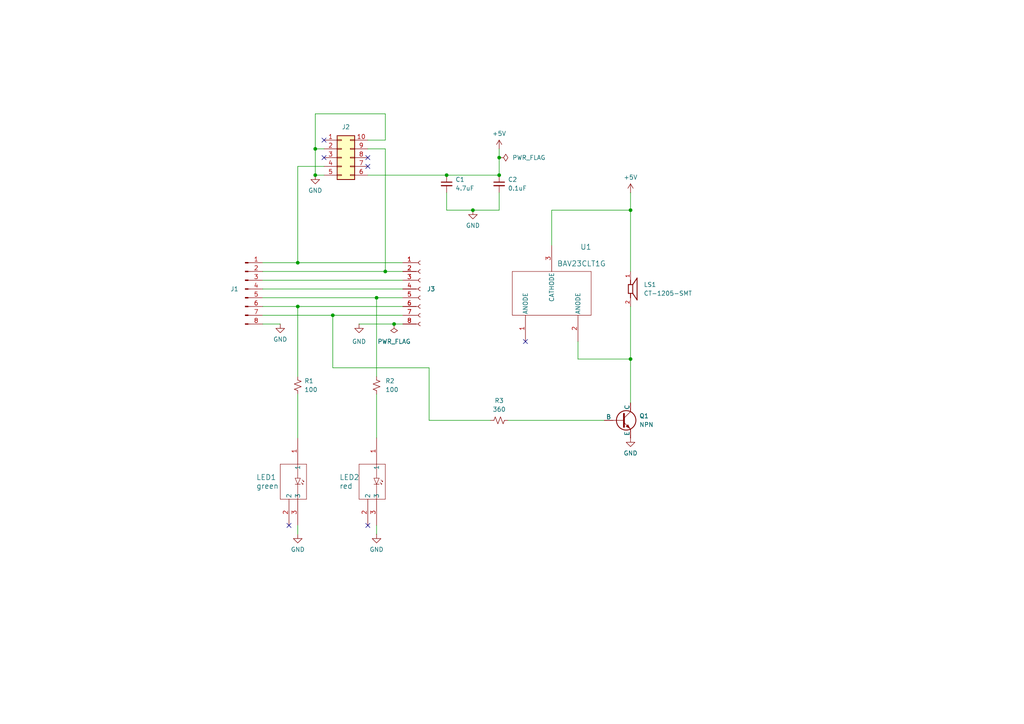
<source format=kicad_sch>
(kicad_sch
	(version 20231120)
	(generator "eeschema")
	(generator_version "8.0")
	(uuid "3af1f017-6484-4211-85b2-9417438755da")
	(paper "A4")
	(title_block
		(title "C2 adapter")
		(date "2024-08-20")
		(company "Prince Lee Muhera")
	)
	(lib_symbols
		(symbol "AM23SGC-F_1"
			(pin_names
				(offset 0.254)
			)
			(exclude_from_sim no)
			(in_bom yes)
			(on_board yes)
			(property "Reference" "LED1"
				(at 11.43 -12.065 90)
				(effects
					(font
						(size 1.524 1.524)
					)
					(justify left)
				)
			)
			(property "Value" "green"
				(at 13.97 -12.065 90)
				(effects
					(font
						(size 1.524 1.524)
					)
					(justify left)
				)
			)
			(property "Footprint" "SOT-23"
				(at 1.016 -17.78 0)
				(effects
					(font
						(size 1.27 1.27)
						(italic yes)
					)
					(hide yes)
				)
			)
			(property "Datasheet" "AM23SGC-F"
				(at -0.254 -13.462 0)
				(effects
					(font
						(size 1.27 1.27)
						(italic yes)
					)
					(hide yes)
				)
			)
			(property "Description" ""
				(at 0 0 0)
				(effects
					(font
						(size 1.27 1.27)
					)
					(hide yes)
				)
			)
			(property "ki_locked" ""
				(at 0 0 0)
				(effects
					(font
						(size 1.27 1.27)
					)
				)
			)
			(property "ki_keywords" "AM23SGC-F"
				(at 0 0 0)
				(effects
					(font
						(size 1.27 1.27)
					)
					(hide yes)
				)
			)
			(property "ki_fp_filters" "SOT-23"
				(at 0 0 0)
				(effects
					(font
						(size 1.27 1.27)
					)
					(hide yes)
				)
			)
			(symbol "AM23SGC-F_1_0_1"
				(polyline
					(pts
						(xy 7.62 -5.08) (xy 17.78 -5.08)
					)
					(stroke
						(width 0.127)
						(type default)
					)
					(fill
						(type none)
					)
				)
				(polyline
					(pts
						(xy 7.62 0) (xy 11.684 0)
					)
					(stroke
						(width 0.127)
						(type default)
					)
					(fill
						(type none)
					)
				)
				(polyline
					(pts
						(xy 7.62 2.54) (xy 7.62 -5.08)
					)
					(stroke
						(width 0.127)
						(type default)
					)
					(fill
						(type none)
					)
				)
				(polyline
					(pts
						(xy 11.684 -0.762) (xy 13.462 0)
					)
					(stroke
						(width 0.127)
						(type default)
					)
					(fill
						(type none)
					)
				)
				(polyline
					(pts
						(xy 11.684 0.762) (xy 11.684 -0.762)
					)
					(stroke
						(width 0.127)
						(type default)
					)
					(fill
						(type none)
					)
				)
				(polyline
					(pts
						(xy 12.192 1.27) (xy 12.7 1.778)
					)
					(stroke
						(width 0.127)
						(type default)
					)
					(fill
						(type none)
					)
				)
				(polyline
					(pts
						(xy 12.7 1.778) (xy 12.446 1.778)
					)
					(stroke
						(width 0.127)
						(type default)
					)
					(fill
						(type none)
					)
				)
				(polyline
					(pts
						(xy 12.7 1.778) (xy 12.7 1.524)
					)
					(stroke
						(width 0.127)
						(type default)
					)
					(fill
						(type none)
					)
				)
				(polyline
					(pts
						(xy 12.954 1.016) (xy 13.462 1.524)
					)
					(stroke
						(width 0.127)
						(type default)
					)
					(fill
						(type none)
					)
				)
				(polyline
					(pts
						(xy 13.462 0) (xy 11.684 0.762)
					)
					(stroke
						(width 0.127)
						(type default)
					)
					(fill
						(type none)
					)
				)
				(polyline
					(pts
						(xy 13.462 0) (xy 17.78 0)
					)
					(stroke
						(width 0.127)
						(type default)
					)
					(fill
						(type none)
					)
				)
				(polyline
					(pts
						(xy 13.462 0.762) (xy 13.462 -0.762)
					)
					(stroke
						(width 0.127)
						(type default)
					)
					(fill
						(type none)
					)
				)
				(polyline
					(pts
						(xy 13.462 1.524) (xy 13.208 1.524)
					)
					(stroke
						(width 0.127)
						(type default)
					)
					(fill
						(type none)
					)
				)
				(polyline
					(pts
						(xy 13.462 1.524) (xy 13.462 1.27)
					)
					(stroke
						(width 0.127)
						(type default)
					)
					(fill
						(type none)
					)
				)
				(polyline
					(pts
						(xy 17.78 -5.08) (xy 17.78 2.54)
					)
					(stroke
						(width 0.127)
						(type default)
					)
					(fill
						(type none)
					)
				)
				(polyline
					(pts
						(xy 17.78 2.54) (xy 7.62 2.54)
					)
					(stroke
						(width 0.127)
						(type default)
					)
					(fill
						(type none)
					)
				)
			)
			(symbol "AM23SGC-F_1_1_1"
				(pin passive line
					(at 0 0 0)
					(length 7.62)
					(name "1"
						(effects
							(font
								(size 1.27 1.27)
							)
						)
					)
					(number "1"
						(effects
							(font
								(size 1.27 1.27)
							)
						)
					)
				)
				(pin passive line
					(at 25.4 -2.54 180)
					(length 7.62)
					(name "2"
						(effects
							(font
								(size 1.27 1.27)
							)
						)
					)
					(number "2"
						(effects
							(font
								(size 1.27 1.27)
							)
						)
					)
				)
				(pin passive line
					(at 25.4 0 180)
					(length 7.62)
					(name "3"
						(effects
							(font
								(size 1.27 1.27)
							)
						)
					)
					(number "3"
						(effects
							(font
								(size 1.27 1.27)
							)
						)
					)
				)
			)
		)
		(symbol "Buzzer_CT_1205_SMT:CT-1205-SMT"
			(pin_names
				(offset 1.016)
			)
			(exclude_from_sim no)
			(in_bom yes)
			(on_board yes)
			(property "Reference" "LS1"
				(at 3.81 1.2701 0)
				(effects
					(font
						(size 1.27 1.27)
					)
					(justify left)
				)
			)
			(property "Value" "CT-1205-SMT"
				(at 3.81 -1.2699 0)
				(effects
					(font
						(size 1.27 1.27)
					)
					(justify left)
				)
			)
			(property "Footprint" "CT-1205-SMT:CUI_CT-1205-SMT"
				(at -28.448 -43.942 0)
				(effects
					(font
						(size 1.27 1.27)
					)
					(justify bottom)
					(hide yes)
				)
			)
			(property "Datasheet" ""
				(at 0 0 0)
				(effects
					(font
						(size 1.27 1.27)
					)
					(hide yes)
				)
			)
			(property "Description" ""
				(at 0 0 0)
				(effects
					(font
						(size 1.27 1.27)
					)
					(hide yes)
				)
			)
			(property "MF" "CUI Devices"
				(at -18.542 -44.704 0)
				(effects
					(font
						(size 1.27 1.27)
					)
					(justify bottom)
					(hide yes)
				)
			)
			(property "Description_1" "\n12.8 mm, 5 V, 87 dB, Surface Mount (SMT), Magnetic Audio Transducer Buzzer\n"
				(at -35.814 -39.624 0)
				(effects
					(font
						(size 1.27 1.27)
					)
					(justify bottom)
					(hide yes)
				)
			)
			(property "Package" "CUI Inc."
				(at -27.686 -45.212 0)
				(effects
					(font
						(size 1.27 1.27)
					)
					(justify bottom)
					(hide yes)
				)
			)
			(property "Price" "None"
				(at -20.828 -38.608 0)
				(effects
					(font
						(size 1.27 1.27)
					)
					(justify bottom)
					(hide yes)
				)
			)
			(property "Check_prices" "https://www.snapeda.com/parts/CT-1205-SMT-TR/CUI+Devices/view-part/?ref=eda"
				(at -34.29 -38.862 0)
				(effects
					(font
						(size 1.27 1.27)
					)
					(justify bottom)
					(hide yes)
				)
			)
			(property "PART_REV" "1.02"
				(at -27.432 -46.228 0)
				(effects
					(font
						(size 1.27 1.27)
					)
					(justify bottom)
					(hide yes)
				)
			)
			(property "STANDARD" "MANUFACTURER RECOMMENDATIONS"
				(at -21.336 -44.45 0)
				(effects
					(font
						(size 1.27 1.27)
					)
					(justify bottom)
					(hide yes)
				)
			)
			(property "SnapEDA_Link" "https://www.snapeda.com/parts/CT-1205-SMT-TR/CUI+Devices/view-part/?ref=snap"
				(at -31.75 -44.958 0)
				(effects
					(font
						(size 1.27 1.27)
					)
					(justify bottom)
					(hide yes)
				)
			)
			(property "MP" "CT-1205-SMT-TR"
				(at -17.78 -46.736 0)
				(effects
					(font
						(size 1.27 1.27)
					)
					(justify bottom)
					(hide yes)
				)
			)
			(property "CUI_purchase_URL" "https://www.cuidevices.com/product/audio/buzzers/audio-transducers/ct-1205-smt-tr?utm_source=snapeda.com&utm_medium=referral&utm_campaign=snapedaBOM"
				(at -28.702 -46.99 0)
				(effects
					(font
						(size 1.27 1.27)
					)
					(justify bottom)
					(hide yes)
				)
			)
			(property "Availability" "In Stock"
				(at -14.224 -33.782 0)
				(effects
					(font
						(size 1.27 1.27)
					)
					(justify bottom)
					(hide yes)
				)
			)
			(property "MANUFACTURER" "CUI INC"
				(at -40.894 -38.862 0)
				(effects
					(font
						(size 1.27 1.27)
					)
					(justify bottom)
					(hide yes)
				)
			)
			(symbol "CT-1205-SMT_0_0"
				(polyline
					(pts
						(xy -0.635 -1.27) (xy -0.635 1.27)
					)
					(stroke
						(width 0.254)
						(type default)
					)
					(fill
						(type none)
					)
				)
				(polyline
					(pts
						(xy -0.635 1.27) (xy 0 1.27)
					)
					(stroke
						(width 0.254)
						(type default)
					)
					(fill
						(type none)
					)
				)
				(polyline
					(pts
						(xy 0 -1.27) (xy -0.635 -1.27)
					)
					(stroke
						(width 0.254)
						(type default)
					)
					(fill
						(type none)
					)
				)
				(polyline
					(pts
						(xy 0 -1.27) (xy 0 -2.54)
					)
					(stroke
						(width 0.254)
						(type default)
					)
					(fill
						(type none)
					)
				)
				(polyline
					(pts
						(xy 0 1.27) (xy 0 2.54)
					)
					(stroke
						(width 0.254)
						(type default)
					)
					(fill
						(type none)
					)
				)
				(polyline
					(pts
						(xy 0 1.27) (xy 0.635 1.27)
					)
					(stroke
						(width 0.254)
						(type default)
					)
					(fill
						(type none)
					)
				)
				(polyline
					(pts
						(xy 0.635 -1.27) (xy 0 -1.27)
					)
					(stroke
						(width 0.254)
						(type default)
					)
					(fill
						(type none)
					)
				)
				(polyline
					(pts
						(xy 0.635 1.27) (xy 0.635 -1.27)
					)
					(stroke
						(width 0.254)
						(type default)
					)
					(fill
						(type none)
					)
				)
				(polyline
					(pts
						(xy 0.635 1.27) (xy 1.905 3.175)
					)
					(stroke
						(width 0.254)
						(type default)
					)
					(fill
						(type none)
					)
				)
				(polyline
					(pts
						(xy 1.905 -3.175) (xy 0.635 -1.27)
					)
					(stroke
						(width 0.254)
						(type default)
					)
					(fill
						(type none)
					)
				)
				(polyline
					(pts
						(xy 1.905 3.175) (xy 1.905 -3.175)
					)
					(stroke
						(width 0.254)
						(type default)
					)
					(fill
						(type none)
					)
				)
				(pin passive line
					(at 0 5.08 270)
					(length 2.54)
					(name "~"
						(effects
							(font
								(size 1.016 1.016)
							)
						)
					)
					(number "1"
						(effects
							(font
								(size 1.016 1.016)
							)
						)
					)
				)
				(pin passive line
					(at 0 -5.08 90)
					(length 2.54)
					(name "~"
						(effects
							(font
								(size 1.016 1.016)
							)
						)
					)
					(number "2"
						(effects
							(font
								(size 1.016 1.016)
							)
						)
					)
				)
			)
		)
		(symbol "Connector:Conn_01x08_Pin"
			(pin_names
				(offset 1.016) hide)
			(exclude_from_sim no)
			(in_bom yes)
			(on_board yes)
			(property "Reference" "J"
				(at 0 10.16 0)
				(effects
					(font
						(size 1.27 1.27)
					)
				)
			)
			(property "Value" "Conn_01x08_Pin"
				(at 0 -12.7 0)
				(effects
					(font
						(size 1.27 1.27)
					)
				)
			)
			(property "Footprint" ""
				(at 0 0 0)
				(effects
					(font
						(size 1.27 1.27)
					)
					(hide yes)
				)
			)
			(property "Datasheet" "~"
				(at 0 0 0)
				(effects
					(font
						(size 1.27 1.27)
					)
					(hide yes)
				)
			)
			(property "Description" "Generic connector, single row, 01x08, script generated"
				(at 0 0 0)
				(effects
					(font
						(size 1.27 1.27)
					)
					(hide yes)
				)
			)
			(property "ki_locked" ""
				(at 0 0 0)
				(effects
					(font
						(size 1.27 1.27)
					)
				)
			)
			(property "ki_keywords" "connector"
				(at 0 0 0)
				(effects
					(font
						(size 1.27 1.27)
					)
					(hide yes)
				)
			)
			(property "ki_fp_filters" "Connector*:*_1x??_*"
				(at 0 0 0)
				(effects
					(font
						(size 1.27 1.27)
					)
					(hide yes)
				)
			)
			(symbol "Conn_01x08_Pin_1_1"
				(polyline
					(pts
						(xy 1.27 -10.16) (xy 0.8636 -10.16)
					)
					(stroke
						(width 0.1524)
						(type default)
					)
					(fill
						(type none)
					)
				)
				(polyline
					(pts
						(xy 1.27 -7.62) (xy 0.8636 -7.62)
					)
					(stroke
						(width 0.1524)
						(type default)
					)
					(fill
						(type none)
					)
				)
				(polyline
					(pts
						(xy 1.27 -5.08) (xy 0.8636 -5.08)
					)
					(stroke
						(width 0.1524)
						(type default)
					)
					(fill
						(type none)
					)
				)
				(polyline
					(pts
						(xy 1.27 -2.54) (xy 0.8636 -2.54)
					)
					(stroke
						(width 0.1524)
						(type default)
					)
					(fill
						(type none)
					)
				)
				(polyline
					(pts
						(xy 1.27 0) (xy 0.8636 0)
					)
					(stroke
						(width 0.1524)
						(type default)
					)
					(fill
						(type none)
					)
				)
				(polyline
					(pts
						(xy 1.27 2.54) (xy 0.8636 2.54)
					)
					(stroke
						(width 0.1524)
						(type default)
					)
					(fill
						(type none)
					)
				)
				(polyline
					(pts
						(xy 1.27 5.08) (xy 0.8636 5.08)
					)
					(stroke
						(width 0.1524)
						(type default)
					)
					(fill
						(type none)
					)
				)
				(polyline
					(pts
						(xy 1.27 7.62) (xy 0.8636 7.62)
					)
					(stroke
						(width 0.1524)
						(type default)
					)
					(fill
						(type none)
					)
				)
				(rectangle
					(start 0.8636 -10.033)
					(end 0 -10.287)
					(stroke
						(width 0.1524)
						(type default)
					)
					(fill
						(type outline)
					)
				)
				(rectangle
					(start 0.8636 -7.493)
					(end 0 -7.747)
					(stroke
						(width 0.1524)
						(type default)
					)
					(fill
						(type outline)
					)
				)
				(rectangle
					(start 0.8636 -4.953)
					(end 0 -5.207)
					(stroke
						(width 0.1524)
						(type default)
					)
					(fill
						(type outline)
					)
				)
				(rectangle
					(start 0.8636 -2.413)
					(end 0 -2.667)
					(stroke
						(width 0.1524)
						(type default)
					)
					(fill
						(type outline)
					)
				)
				(rectangle
					(start 0.8636 0.127)
					(end 0 -0.127)
					(stroke
						(width 0.1524)
						(type default)
					)
					(fill
						(type outline)
					)
				)
				(rectangle
					(start 0.8636 2.667)
					(end 0 2.413)
					(stroke
						(width 0.1524)
						(type default)
					)
					(fill
						(type outline)
					)
				)
				(rectangle
					(start 0.8636 5.207)
					(end 0 4.953)
					(stroke
						(width 0.1524)
						(type default)
					)
					(fill
						(type outline)
					)
				)
				(rectangle
					(start 0.8636 7.747)
					(end 0 7.493)
					(stroke
						(width 0.1524)
						(type default)
					)
					(fill
						(type outline)
					)
				)
				(pin passive line
					(at 5.08 7.62 180)
					(length 3.81)
					(name "Pin_1"
						(effects
							(font
								(size 1.27 1.27)
							)
						)
					)
					(number "1"
						(effects
							(font
								(size 1.27 1.27)
							)
						)
					)
				)
				(pin passive line
					(at 5.08 5.08 180)
					(length 3.81)
					(name "Pin_2"
						(effects
							(font
								(size 1.27 1.27)
							)
						)
					)
					(number "2"
						(effects
							(font
								(size 1.27 1.27)
							)
						)
					)
				)
				(pin passive line
					(at 5.08 2.54 180)
					(length 3.81)
					(name "Pin_3"
						(effects
							(font
								(size 1.27 1.27)
							)
						)
					)
					(number "3"
						(effects
							(font
								(size 1.27 1.27)
							)
						)
					)
				)
				(pin passive line
					(at 5.08 0 180)
					(length 3.81)
					(name "Pin_4"
						(effects
							(font
								(size 1.27 1.27)
							)
						)
					)
					(number "4"
						(effects
							(font
								(size 1.27 1.27)
							)
						)
					)
				)
				(pin passive line
					(at 5.08 -2.54 180)
					(length 3.81)
					(name "Pin_5"
						(effects
							(font
								(size 1.27 1.27)
							)
						)
					)
					(number "5"
						(effects
							(font
								(size 1.27 1.27)
							)
						)
					)
				)
				(pin passive line
					(at 5.08 -5.08 180)
					(length 3.81)
					(name "Pin_6"
						(effects
							(font
								(size 1.27 1.27)
							)
						)
					)
					(number "6"
						(effects
							(font
								(size 1.27 1.27)
							)
						)
					)
				)
				(pin passive line
					(at 5.08 -7.62 180)
					(length 3.81)
					(name "Pin_7"
						(effects
							(font
								(size 1.27 1.27)
							)
						)
					)
					(number "7"
						(effects
							(font
								(size 1.27 1.27)
							)
						)
					)
				)
				(pin passive line
					(at 5.08 -10.16 180)
					(length 3.81)
					(name "Pin_8"
						(effects
							(font
								(size 1.27 1.27)
							)
						)
					)
					(number "8"
						(effects
							(font
								(size 1.27 1.27)
							)
						)
					)
				)
			)
		)
		(symbol "Connector:Conn_01x08_Socket"
			(pin_names
				(offset 1.016) hide)
			(exclude_from_sim no)
			(in_bom yes)
			(on_board yes)
			(property "Reference" "J"
				(at 0 10.16 0)
				(effects
					(font
						(size 1.27 1.27)
					)
				)
			)
			(property "Value" "Conn_01x08_Socket"
				(at 0 -12.7 0)
				(effects
					(font
						(size 1.27 1.27)
					)
				)
			)
			(property "Footprint" ""
				(at 0 0 0)
				(effects
					(font
						(size 1.27 1.27)
					)
					(hide yes)
				)
			)
			(property "Datasheet" "~"
				(at 0 0 0)
				(effects
					(font
						(size 1.27 1.27)
					)
					(hide yes)
				)
			)
			(property "Description" "Generic connector, single row, 01x08, script generated"
				(at 0 0 0)
				(effects
					(font
						(size 1.27 1.27)
					)
					(hide yes)
				)
			)
			(property "ki_locked" ""
				(at 0 0 0)
				(effects
					(font
						(size 1.27 1.27)
					)
				)
			)
			(property "ki_keywords" "connector"
				(at 0 0 0)
				(effects
					(font
						(size 1.27 1.27)
					)
					(hide yes)
				)
			)
			(property "ki_fp_filters" "Connector*:*_1x??_*"
				(at 0 0 0)
				(effects
					(font
						(size 1.27 1.27)
					)
					(hide yes)
				)
			)
			(symbol "Conn_01x08_Socket_1_1"
				(arc
					(start 0 -9.652)
					(mid -0.5058 -10.16)
					(end 0 -10.668)
					(stroke
						(width 0.1524)
						(type default)
					)
					(fill
						(type none)
					)
				)
				(arc
					(start 0 -7.112)
					(mid -0.5058 -7.62)
					(end 0 -8.128)
					(stroke
						(width 0.1524)
						(type default)
					)
					(fill
						(type none)
					)
				)
				(arc
					(start 0 -4.572)
					(mid -0.5058 -5.08)
					(end 0 -5.588)
					(stroke
						(width 0.1524)
						(type default)
					)
					(fill
						(type none)
					)
				)
				(arc
					(start 0 -2.032)
					(mid -0.5058 -2.54)
					(end 0 -3.048)
					(stroke
						(width 0.1524)
						(type default)
					)
					(fill
						(type none)
					)
				)
				(polyline
					(pts
						(xy -1.27 -10.16) (xy -0.508 -10.16)
					)
					(stroke
						(width 0.1524)
						(type default)
					)
					(fill
						(type none)
					)
				)
				(polyline
					(pts
						(xy -1.27 -7.62) (xy -0.508 -7.62)
					)
					(stroke
						(width 0.1524)
						(type default)
					)
					(fill
						(type none)
					)
				)
				(polyline
					(pts
						(xy -1.27 -5.08) (xy -0.508 -5.08)
					)
					(stroke
						(width 0.1524)
						(type default)
					)
					(fill
						(type none)
					)
				)
				(polyline
					(pts
						(xy -1.27 -2.54) (xy -0.508 -2.54)
					)
					(stroke
						(width 0.1524)
						(type default)
					)
					(fill
						(type none)
					)
				)
				(polyline
					(pts
						(xy -1.27 0) (xy -0.508 0)
					)
					(stroke
						(width 0.1524)
						(type default)
					)
					(fill
						(type none)
					)
				)
				(polyline
					(pts
						(xy -1.27 2.54) (xy -0.508 2.54)
					)
					(stroke
						(width 0.1524)
						(type default)
					)
					(fill
						(type none)
					)
				)
				(polyline
					(pts
						(xy -1.27 5.08) (xy -0.508 5.08)
					)
					(stroke
						(width 0.1524)
						(type default)
					)
					(fill
						(type none)
					)
				)
				(polyline
					(pts
						(xy -1.27 7.62) (xy -0.508 7.62)
					)
					(stroke
						(width 0.1524)
						(type default)
					)
					(fill
						(type none)
					)
				)
				(arc
					(start 0 0.508)
					(mid -0.5058 0)
					(end 0 -0.508)
					(stroke
						(width 0.1524)
						(type default)
					)
					(fill
						(type none)
					)
				)
				(arc
					(start 0 3.048)
					(mid -0.5058 2.54)
					(end 0 2.032)
					(stroke
						(width 0.1524)
						(type default)
					)
					(fill
						(type none)
					)
				)
				(arc
					(start 0 5.588)
					(mid -0.5058 5.08)
					(end 0 4.572)
					(stroke
						(width 0.1524)
						(type default)
					)
					(fill
						(type none)
					)
				)
				(arc
					(start 0 8.128)
					(mid -0.5058 7.62)
					(end 0 7.112)
					(stroke
						(width 0.1524)
						(type default)
					)
					(fill
						(type none)
					)
				)
				(pin passive line
					(at -5.08 7.62 0)
					(length 3.81)
					(name "Pin_1"
						(effects
							(font
								(size 1.27 1.27)
							)
						)
					)
					(number "1"
						(effects
							(font
								(size 1.27 1.27)
							)
						)
					)
				)
				(pin passive line
					(at -5.08 5.08 0)
					(length 3.81)
					(name "Pin_2"
						(effects
							(font
								(size 1.27 1.27)
							)
						)
					)
					(number "2"
						(effects
							(font
								(size 1.27 1.27)
							)
						)
					)
				)
				(pin passive line
					(at -5.08 2.54 0)
					(length 3.81)
					(name "Pin_3"
						(effects
							(font
								(size 1.27 1.27)
							)
						)
					)
					(number "3"
						(effects
							(font
								(size 1.27 1.27)
							)
						)
					)
				)
				(pin passive line
					(at -5.08 0 0)
					(length 3.81)
					(name "Pin_4"
						(effects
							(font
								(size 1.27 1.27)
							)
						)
					)
					(number "4"
						(effects
							(font
								(size 1.27 1.27)
							)
						)
					)
				)
				(pin passive line
					(at -5.08 -2.54 0)
					(length 3.81)
					(name "Pin_5"
						(effects
							(font
								(size 1.27 1.27)
							)
						)
					)
					(number "5"
						(effects
							(font
								(size 1.27 1.27)
							)
						)
					)
				)
				(pin passive line
					(at -5.08 -5.08 0)
					(length 3.81)
					(name "Pin_6"
						(effects
							(font
								(size 1.27 1.27)
							)
						)
					)
					(number "6"
						(effects
							(font
								(size 1.27 1.27)
							)
						)
					)
				)
				(pin passive line
					(at -5.08 -7.62 0)
					(length 3.81)
					(name "Pin_7"
						(effects
							(font
								(size 1.27 1.27)
							)
						)
					)
					(number "7"
						(effects
							(font
								(size 1.27 1.27)
							)
						)
					)
				)
				(pin passive line
					(at -5.08 -10.16 0)
					(length 3.81)
					(name "Pin_8"
						(effects
							(font
								(size 1.27 1.27)
							)
						)
					)
					(number "8"
						(effects
							(font
								(size 1.27 1.27)
							)
						)
					)
				)
			)
		)
		(symbol "Connector_Generic:Conn_02x05_Counter_Clockwise"
			(pin_names
				(offset 1.016) hide)
			(exclude_from_sim no)
			(in_bom yes)
			(on_board yes)
			(property "Reference" "J"
				(at 1.27 7.62 0)
				(effects
					(font
						(size 1.27 1.27)
					)
				)
			)
			(property "Value" "Conn_02x05_Counter_Clockwise"
				(at 1.27 -7.62 0)
				(effects
					(font
						(size 1.27 1.27)
					)
				)
			)
			(property "Footprint" ""
				(at 0 0 0)
				(effects
					(font
						(size 1.27 1.27)
					)
					(hide yes)
				)
			)
			(property "Datasheet" "~"
				(at 0 0 0)
				(effects
					(font
						(size 1.27 1.27)
					)
					(hide yes)
				)
			)
			(property "Description" "Generic connector, double row, 02x05, counter clockwise pin numbering scheme (similar to DIP package numbering), script generated (kicad-library-utils/schlib/autogen/connector/)"
				(at 0 0 0)
				(effects
					(font
						(size 1.27 1.27)
					)
					(hide yes)
				)
			)
			(property "ki_keywords" "connector"
				(at 0 0 0)
				(effects
					(font
						(size 1.27 1.27)
					)
					(hide yes)
				)
			)
			(property "ki_fp_filters" "Connector*:*_2x??_*"
				(at 0 0 0)
				(effects
					(font
						(size 1.27 1.27)
					)
					(hide yes)
				)
			)
			(symbol "Conn_02x05_Counter_Clockwise_1_1"
				(rectangle
					(start -1.27 -4.953)
					(end 0 -5.207)
					(stroke
						(width 0.1524)
						(type default)
					)
					(fill
						(type none)
					)
				)
				(rectangle
					(start -1.27 -2.413)
					(end 0 -2.667)
					(stroke
						(width 0.1524)
						(type default)
					)
					(fill
						(type none)
					)
				)
				(rectangle
					(start -1.27 0.127)
					(end 0 -0.127)
					(stroke
						(width 0.1524)
						(type default)
					)
					(fill
						(type none)
					)
				)
				(rectangle
					(start -1.27 2.667)
					(end 0 2.413)
					(stroke
						(width 0.1524)
						(type default)
					)
					(fill
						(type none)
					)
				)
				(rectangle
					(start -1.27 5.207)
					(end 0 4.953)
					(stroke
						(width 0.1524)
						(type default)
					)
					(fill
						(type none)
					)
				)
				(rectangle
					(start -1.27 6.35)
					(end 3.81 -6.35)
					(stroke
						(width 0.254)
						(type default)
					)
					(fill
						(type background)
					)
				)
				(rectangle
					(start 3.81 -4.953)
					(end 2.54 -5.207)
					(stroke
						(width 0.1524)
						(type default)
					)
					(fill
						(type none)
					)
				)
				(rectangle
					(start 3.81 -2.413)
					(end 2.54 -2.667)
					(stroke
						(width 0.1524)
						(type default)
					)
					(fill
						(type none)
					)
				)
				(rectangle
					(start 3.81 0.127)
					(end 2.54 -0.127)
					(stroke
						(width 0.1524)
						(type default)
					)
					(fill
						(type none)
					)
				)
				(rectangle
					(start 3.81 2.667)
					(end 2.54 2.413)
					(stroke
						(width 0.1524)
						(type default)
					)
					(fill
						(type none)
					)
				)
				(rectangle
					(start 3.81 5.207)
					(end 2.54 4.953)
					(stroke
						(width 0.1524)
						(type default)
					)
					(fill
						(type none)
					)
				)
				(pin passive line
					(at -5.08 5.08 0)
					(length 3.81)
					(name "Pin_1"
						(effects
							(font
								(size 1.27 1.27)
							)
						)
					)
					(number "1"
						(effects
							(font
								(size 1.27 1.27)
							)
						)
					)
				)
				(pin passive line
					(at 7.62 5.08 180)
					(length 3.81)
					(name "Pin_10"
						(effects
							(font
								(size 1.27 1.27)
							)
						)
					)
					(number "10"
						(effects
							(font
								(size 1.27 1.27)
							)
						)
					)
				)
				(pin passive line
					(at -5.08 2.54 0)
					(length 3.81)
					(name "Pin_2"
						(effects
							(font
								(size 1.27 1.27)
							)
						)
					)
					(number "2"
						(effects
							(font
								(size 1.27 1.27)
							)
						)
					)
				)
				(pin passive line
					(at -5.08 0 0)
					(length 3.81)
					(name "Pin_3"
						(effects
							(font
								(size 1.27 1.27)
							)
						)
					)
					(number "3"
						(effects
							(font
								(size 1.27 1.27)
							)
						)
					)
				)
				(pin passive line
					(at -5.08 -2.54 0)
					(length 3.81)
					(name "Pin_4"
						(effects
							(font
								(size 1.27 1.27)
							)
						)
					)
					(number "4"
						(effects
							(font
								(size 1.27 1.27)
							)
						)
					)
				)
				(pin passive line
					(at -5.08 -5.08 0)
					(length 3.81)
					(name "Pin_5"
						(effects
							(font
								(size 1.27 1.27)
							)
						)
					)
					(number "5"
						(effects
							(font
								(size 1.27 1.27)
							)
						)
					)
				)
				(pin passive line
					(at 7.62 -5.08 180)
					(length 3.81)
					(name "Pin_6"
						(effects
							(font
								(size 1.27 1.27)
							)
						)
					)
					(number "6"
						(effects
							(font
								(size 1.27 1.27)
							)
						)
					)
				)
				(pin passive line
					(at 7.62 -2.54 180)
					(length 3.81)
					(name "Pin_7"
						(effects
							(font
								(size 1.27 1.27)
							)
						)
					)
					(number "7"
						(effects
							(font
								(size 1.27 1.27)
							)
						)
					)
				)
				(pin passive line
					(at 7.62 0 180)
					(length 3.81)
					(name "Pin_8"
						(effects
							(font
								(size 1.27 1.27)
							)
						)
					)
					(number "8"
						(effects
							(font
								(size 1.27 1.27)
							)
						)
					)
				)
				(pin passive line
					(at 7.62 2.54 180)
					(length 3.81)
					(name "Pin_9"
						(effects
							(font
								(size 1.27 1.27)
							)
						)
					)
					(number "9"
						(effects
							(font
								(size 1.27 1.27)
							)
						)
					)
				)
			)
		)
		(symbol "Device:C_Small"
			(pin_numbers hide)
			(pin_names
				(offset 0.254) hide)
			(exclude_from_sim no)
			(in_bom yes)
			(on_board yes)
			(property "Reference" "C"
				(at 0.254 1.778 0)
				(effects
					(font
						(size 1.27 1.27)
					)
					(justify left)
				)
			)
			(property "Value" "C_Small"
				(at 0.254 -2.032 0)
				(effects
					(font
						(size 1.27 1.27)
					)
					(justify left)
				)
			)
			(property "Footprint" ""
				(at 0 0 0)
				(effects
					(font
						(size 1.27 1.27)
					)
					(hide yes)
				)
			)
			(property "Datasheet" "~"
				(at 0 0 0)
				(effects
					(font
						(size 1.27 1.27)
					)
					(hide yes)
				)
			)
			(property "Description" "Unpolarized capacitor, small symbol"
				(at 0 0 0)
				(effects
					(font
						(size 1.27 1.27)
					)
					(hide yes)
				)
			)
			(property "ki_keywords" "capacitor cap"
				(at 0 0 0)
				(effects
					(font
						(size 1.27 1.27)
					)
					(hide yes)
				)
			)
			(property "ki_fp_filters" "C_*"
				(at 0 0 0)
				(effects
					(font
						(size 1.27 1.27)
					)
					(hide yes)
				)
			)
			(symbol "C_Small_0_1"
				(polyline
					(pts
						(xy -1.524 -0.508) (xy 1.524 -0.508)
					)
					(stroke
						(width 0.3302)
						(type default)
					)
					(fill
						(type none)
					)
				)
				(polyline
					(pts
						(xy -1.524 0.508) (xy 1.524 0.508)
					)
					(stroke
						(width 0.3048)
						(type default)
					)
					(fill
						(type none)
					)
				)
			)
			(symbol "C_Small_1_1"
				(pin passive line
					(at 0 2.54 270)
					(length 2.032)
					(name "~"
						(effects
							(font
								(size 1.27 1.27)
							)
						)
					)
					(number "1"
						(effects
							(font
								(size 1.27 1.27)
							)
						)
					)
				)
				(pin passive line
					(at 0 -2.54 90)
					(length 2.032)
					(name "~"
						(effects
							(font
								(size 1.27 1.27)
							)
						)
					)
					(number "2"
						(effects
							(font
								(size 1.27 1.27)
							)
						)
					)
				)
			)
		)
		(symbol "Device:R_Small_US"
			(pin_numbers hide)
			(pin_names
				(offset 0.254) hide)
			(exclude_from_sim no)
			(in_bom yes)
			(on_board yes)
			(property "Reference" "R"
				(at 0.762 0.508 0)
				(effects
					(font
						(size 1.27 1.27)
					)
					(justify left)
				)
			)
			(property "Value" "R_Small_US"
				(at 0.762 -1.016 0)
				(effects
					(font
						(size 1.27 1.27)
					)
					(justify left)
				)
			)
			(property "Footprint" ""
				(at 0 0 0)
				(effects
					(font
						(size 1.27 1.27)
					)
					(hide yes)
				)
			)
			(property "Datasheet" "~"
				(at 0 0 0)
				(effects
					(font
						(size 1.27 1.27)
					)
					(hide yes)
				)
			)
			(property "Description" "Resistor, small US symbol"
				(at 0 0 0)
				(effects
					(font
						(size 1.27 1.27)
					)
					(hide yes)
				)
			)
			(property "ki_keywords" "r resistor"
				(at 0 0 0)
				(effects
					(font
						(size 1.27 1.27)
					)
					(hide yes)
				)
			)
			(property "ki_fp_filters" "R_*"
				(at 0 0 0)
				(effects
					(font
						(size 1.27 1.27)
					)
					(hide yes)
				)
			)
			(symbol "R_Small_US_1_1"
				(polyline
					(pts
						(xy 0 0) (xy 1.016 -0.381) (xy 0 -0.762) (xy -1.016 -1.143) (xy 0 -1.524)
					)
					(stroke
						(width 0)
						(type default)
					)
					(fill
						(type none)
					)
				)
				(polyline
					(pts
						(xy 0 1.524) (xy 1.016 1.143) (xy 0 0.762) (xy -1.016 0.381) (xy 0 0)
					)
					(stroke
						(width 0)
						(type default)
					)
					(fill
						(type none)
					)
				)
				(pin passive line
					(at 0 2.54 270)
					(length 1.016)
					(name "~"
						(effects
							(font
								(size 1.27 1.27)
							)
						)
					)
					(number "1"
						(effects
							(font
								(size 1.27 1.27)
							)
						)
					)
				)
				(pin passive line
					(at 0 -2.54 90)
					(length 1.016)
					(name "~"
						(effects
							(font
								(size 1.27 1.27)
							)
						)
					)
					(number "2"
						(effects
							(font
								(size 1.27 1.27)
							)
						)
					)
				)
			)
		)
		(symbol "Diode_array:BAV23CLT1G"
			(pin_names
				(offset 0.254)
			)
			(exclude_from_sim no)
			(in_bom yes)
			(on_board yes)
			(property "Reference" "U1"
				(at 34.036 4.572 0)
				(effects
					(font
						(size 1.524 1.524)
					)
				)
			)
			(property "Value" "BAV23CLT1G"
				(at 32.766 -0.254 0)
				(effects
					(font
						(size 1.524 1.524)
					)
				)
			)
			(property "Footprint" "SOT-23-3_1P4X3P040_ONS"
				(at -46.228 -33.782 0)
				(effects
					(font
						(size 1.27 1.27)
						(italic yes)
					)
					(hide yes)
				)
			)
			(property "Datasheet" "BAV23CLT1G"
				(at -44.45 -36.322 0)
				(effects
					(font
						(size 1.27 1.27)
						(italic yes)
					)
					(hide yes)
				)
			)
			(property "Description" ""
				(at 0 -7.62 0)
				(effects
					(font
						(size 1.27 1.27)
					)
					(hide yes)
				)
			)
			(property "ki_locked" ""
				(at 0 0 0)
				(effects
					(font
						(size 1.27 1.27)
					)
				)
			)
			(property "ki_keywords" "BAV23CLT1G"
				(at 0 0 0)
				(effects
					(font
						(size 1.27 1.27)
					)
					(hide yes)
				)
			)
			(property "ki_fp_filters" "SOT-23-3_1P4X3P040_ONS SOT-23-3_1P4X3P040_ONS-M SOT-23-3_1P4X3P040_ONS-L"
				(at 0 0 0)
				(effects
					(font
						(size 1.27 1.27)
					)
					(hide yes)
				)
			)
			(symbol "BAV23CLT1G_0_1"
				(polyline
					(pts
						(xy 12.7 -15.24) (xy 35.56 -15.24)
					)
					(stroke
						(width 0.127)
						(type default)
					)
					(fill
						(type none)
					)
				)
				(polyline
					(pts
						(xy 12.7 -2.54) (xy 12.7 -15.24)
					)
					(stroke
						(width 0.127)
						(type default)
					)
					(fill
						(type none)
					)
				)
				(polyline
					(pts
						(xy 35.56 -15.24) (xy 35.56 -2.54)
					)
					(stroke
						(width 0.127)
						(type default)
					)
					(fill
						(type none)
					)
				)
				(polyline
					(pts
						(xy 35.56 -2.54) (xy 12.7 -2.54)
					)
					(stroke
						(width 0.127)
						(type default)
					)
					(fill
						(type none)
					)
				)
			)
			(symbol "BAV23CLT1G_1_1"
				(pin passive line
					(at 16.51 -22.86 90)
					(length 7.62)
					(name "ANODE"
						(effects
							(font
								(size 1.27 1.27)
							)
						)
					)
					(number "1"
						(effects
							(font
								(size 1.27 1.27)
							)
						)
					)
				)
				(pin passive line
					(at 31.75 -22.86 90)
					(length 7.62)
					(name "ANODE"
						(effects
							(font
								(size 1.27 1.27)
							)
						)
					)
					(number "2"
						(effects
							(font
								(size 1.27 1.27)
							)
						)
					)
				)
				(pin passive line
					(at 24.13 5.08 270)
					(length 7.62)
					(name "CATHODE"
						(effects
							(font
								(size 1.27 1.27)
							)
						)
					)
					(number "3"
						(effects
							(font
								(size 1.27 1.27)
							)
						)
					)
				)
			)
		)
		(symbol "LED_Green:AM23SGC-F"
			(pin_names
				(offset 0.254)
			)
			(exclude_from_sim no)
			(in_bom yes)
			(on_board yes)
			(property "Reference" "LED2"
				(at 11.43 -10.795 90)
				(effects
					(font
						(size 1.524 1.524)
					)
					(justify left)
				)
			)
			(property "Value" "red"
				(at 13.97 -10.795 90)
				(effects
					(font
						(size 1.524 1.524)
					)
					(justify left)
				)
			)
			(property "Footprint" "SOT-23"
				(at 1.016 -17.78 0)
				(effects
					(font
						(size 1.27 1.27)
						(italic yes)
					)
					(hide yes)
				)
			)
			(property "Datasheet" "AM23SGC-F"
				(at -0.254 -13.462 0)
				(effects
					(font
						(size 1.27 1.27)
						(italic yes)
					)
					(hide yes)
				)
			)
			(property "Description" ""
				(at 0 0 0)
				(effects
					(font
						(size 1.27 1.27)
					)
					(hide yes)
				)
			)
			(property "ki_locked" ""
				(at 0 0 0)
				(effects
					(font
						(size 1.27 1.27)
					)
				)
			)
			(property "ki_keywords" "AM23SGC-F"
				(at 0 0 0)
				(effects
					(font
						(size 1.27 1.27)
					)
					(hide yes)
				)
			)
			(property "ki_fp_filters" "SOT-23"
				(at 0 0 0)
				(effects
					(font
						(size 1.27 1.27)
					)
					(hide yes)
				)
			)
			(symbol "AM23SGC-F_0_1"
				(polyline
					(pts
						(xy 7.62 -5.08) (xy 17.78 -5.08)
					)
					(stroke
						(width 0.127)
						(type default)
					)
					(fill
						(type none)
					)
				)
				(polyline
					(pts
						(xy 7.62 0) (xy 11.684 0)
					)
					(stroke
						(width 0.127)
						(type default)
					)
					(fill
						(type none)
					)
				)
				(polyline
					(pts
						(xy 7.62 2.54) (xy 7.62 -5.08)
					)
					(stroke
						(width 0.127)
						(type default)
					)
					(fill
						(type none)
					)
				)
				(polyline
					(pts
						(xy 11.684 -0.762) (xy 13.462 0)
					)
					(stroke
						(width 0.127)
						(type default)
					)
					(fill
						(type none)
					)
				)
				(polyline
					(pts
						(xy 11.684 0.762) (xy 11.684 -0.762)
					)
					(stroke
						(width 0.127)
						(type default)
					)
					(fill
						(type none)
					)
				)
				(polyline
					(pts
						(xy 12.192 1.27) (xy 12.7 1.778)
					)
					(stroke
						(width 0.127)
						(type default)
					)
					(fill
						(type none)
					)
				)
				(polyline
					(pts
						(xy 12.7 1.778) (xy 12.446 1.778)
					)
					(stroke
						(width 0.127)
						(type default)
					)
					(fill
						(type none)
					)
				)
				(polyline
					(pts
						(xy 12.7 1.778) (xy 12.7 1.524)
					)
					(stroke
						(width 0.127)
						(type default)
					)
					(fill
						(type none)
					)
				)
				(polyline
					(pts
						(xy 12.954 1.016) (xy 13.462 1.524)
					)
					(stroke
						(width 0.127)
						(type default)
					)
					(fill
						(type none)
					)
				)
				(polyline
					(pts
						(xy 13.462 0) (xy 11.684 0.762)
					)
					(stroke
						(width 0.127)
						(type default)
					)
					(fill
						(type none)
					)
				)
				(polyline
					(pts
						(xy 13.462 0) (xy 17.78 0)
					)
					(stroke
						(width 0.127)
						(type default)
					)
					(fill
						(type none)
					)
				)
				(polyline
					(pts
						(xy 13.462 0.762) (xy 13.462 -0.762)
					)
					(stroke
						(width 0.127)
						(type default)
					)
					(fill
						(type none)
					)
				)
				(polyline
					(pts
						(xy 13.462 1.524) (xy 13.208 1.524)
					)
					(stroke
						(width 0.127)
						(type default)
					)
					(fill
						(type none)
					)
				)
				(polyline
					(pts
						(xy 13.462 1.524) (xy 13.462 1.27)
					)
					(stroke
						(width 0.127)
						(type default)
					)
					(fill
						(type none)
					)
				)
				(polyline
					(pts
						(xy 17.78 -5.08) (xy 17.78 2.54)
					)
					(stroke
						(width 0.127)
						(type default)
					)
					(fill
						(type none)
					)
				)
				(polyline
					(pts
						(xy 17.78 2.54) (xy 7.62 2.54)
					)
					(stroke
						(width 0.127)
						(type default)
					)
					(fill
						(type none)
					)
				)
			)
			(symbol "AM23SGC-F_1_1"
				(pin passive line
					(at 0 0 0)
					(length 7.62)
					(name "1"
						(effects
							(font
								(size 1.27 1.27)
							)
						)
					)
					(number "1"
						(effects
							(font
								(size 1.27 1.27)
							)
						)
					)
				)
				(pin passive line
					(at 25.4 -2.54 180)
					(length 7.62)
					(name "2"
						(effects
							(font
								(size 1.27 1.27)
							)
						)
					)
					(number "2"
						(effects
							(font
								(size 1.27 1.27)
							)
						)
					)
				)
				(pin passive line
					(at 25.4 0 180)
					(length 7.62)
					(name "3"
						(effects
							(font
								(size 1.27 1.27)
							)
						)
					)
					(number "3"
						(effects
							(font
								(size 1.27 1.27)
							)
						)
					)
				)
			)
		)
		(symbol "Simulation_SPICE:NPN"
			(pin_numbers hide)
			(pin_names
				(offset 0)
			)
			(exclude_from_sim no)
			(in_bom yes)
			(on_board yes)
			(property "Reference" "Q"
				(at -2.54 7.62 0)
				(effects
					(font
						(size 1.27 1.27)
					)
				)
			)
			(property "Value" "NPN"
				(at -2.54 5.08 0)
				(effects
					(font
						(size 1.27 1.27)
					)
				)
			)
			(property "Footprint" ""
				(at 63.5 0 0)
				(effects
					(font
						(size 1.27 1.27)
					)
					(hide yes)
				)
			)
			(property "Datasheet" "https://ngspice.sourceforge.io/docs/ngspice-html-manual/manual.xhtml#cha_BJTs"
				(at 63.5 0 0)
				(effects
					(font
						(size 1.27 1.27)
					)
					(hide yes)
				)
			)
			(property "Description" "Bipolar transistor symbol for simulation only, substrate tied to the emitter"
				(at 0 0 0)
				(effects
					(font
						(size 1.27 1.27)
					)
					(hide yes)
				)
			)
			(property "Sim.Device" "NPN"
				(at 0 0 0)
				(effects
					(font
						(size 1.27 1.27)
					)
					(hide yes)
				)
			)
			(property "Sim.Type" "GUMMELPOON"
				(at 0 0 0)
				(effects
					(font
						(size 1.27 1.27)
					)
					(hide yes)
				)
			)
			(property "Sim.Pins" "1=C 2=B 3=E"
				(at 0 0 0)
				(effects
					(font
						(size 1.27 1.27)
					)
					(hide yes)
				)
			)
			(property "ki_keywords" "simulation"
				(at 0 0 0)
				(effects
					(font
						(size 1.27 1.27)
					)
					(hide yes)
				)
			)
			(symbol "NPN_0_1"
				(polyline
					(pts
						(xy -2.54 0) (xy 0.635 0)
					)
					(stroke
						(width 0.1524)
						(type default)
					)
					(fill
						(type none)
					)
				)
				(polyline
					(pts
						(xy 0.635 0.635) (xy 2.54 2.54)
					)
					(stroke
						(width 0)
						(type default)
					)
					(fill
						(type none)
					)
				)
				(polyline
					(pts
						(xy 2.794 -1.27) (xy 2.794 -1.27)
					)
					(stroke
						(width 0.1524)
						(type default)
					)
					(fill
						(type none)
					)
				)
				(polyline
					(pts
						(xy 2.794 -1.27) (xy 2.794 -1.27)
					)
					(stroke
						(width 0.1524)
						(type default)
					)
					(fill
						(type none)
					)
				)
				(polyline
					(pts
						(xy 0.635 -0.635) (xy 2.54 -2.54) (xy 2.54 -2.54)
					)
					(stroke
						(width 0)
						(type default)
					)
					(fill
						(type none)
					)
				)
				(polyline
					(pts
						(xy 0.635 1.905) (xy 0.635 -1.905) (xy 0.635 -1.905)
					)
					(stroke
						(width 0.508)
						(type default)
					)
					(fill
						(type none)
					)
				)
				(polyline
					(pts
						(xy 1.27 -1.778) (xy 1.778 -1.27) (xy 2.286 -2.286) (xy 1.27 -1.778) (xy 1.27 -1.778)
					)
					(stroke
						(width 0)
						(type default)
					)
					(fill
						(type outline)
					)
				)
				(circle
					(center 1.27 0)
					(radius 2.8194)
					(stroke
						(width 0.254)
						(type default)
					)
					(fill
						(type none)
					)
				)
			)
			(symbol "NPN_1_1"
				(pin open_collector line
					(at 2.54 5.08 270)
					(length 2.54)
					(name "C"
						(effects
							(font
								(size 1.27 1.27)
							)
						)
					)
					(number "1"
						(effects
							(font
								(size 1.27 1.27)
							)
						)
					)
				)
				(pin input line
					(at -5.08 0 0)
					(length 2.54)
					(name "B"
						(effects
							(font
								(size 1.27 1.27)
							)
						)
					)
					(number "2"
						(effects
							(font
								(size 1.27 1.27)
							)
						)
					)
				)
				(pin open_emitter line
					(at 2.54 -5.08 90)
					(length 2.54)
					(name "E"
						(effects
							(font
								(size 1.27 1.27)
							)
						)
					)
					(number "3"
						(effects
							(font
								(size 1.27 1.27)
							)
						)
					)
				)
			)
		)
		(symbol "power:+5V"
			(power)
			(pin_numbers hide)
			(pin_names
				(offset 0) hide)
			(exclude_from_sim no)
			(in_bom yes)
			(on_board yes)
			(property "Reference" "#PWR"
				(at 0 -3.81 0)
				(effects
					(font
						(size 1.27 1.27)
					)
					(hide yes)
				)
			)
			(property "Value" "+5V"
				(at 0 3.556 0)
				(effects
					(font
						(size 1.27 1.27)
					)
				)
			)
			(property "Footprint" ""
				(at 0 0 0)
				(effects
					(font
						(size 1.27 1.27)
					)
					(hide yes)
				)
			)
			(property "Datasheet" ""
				(at 0 0 0)
				(effects
					(font
						(size 1.27 1.27)
					)
					(hide yes)
				)
			)
			(property "Description" "Power symbol creates a global label with name \"+5V\""
				(at 0 0 0)
				(effects
					(font
						(size 1.27 1.27)
					)
					(hide yes)
				)
			)
			(property "ki_keywords" "global power"
				(at 0 0 0)
				(effects
					(font
						(size 1.27 1.27)
					)
					(hide yes)
				)
			)
			(symbol "+5V_0_1"
				(polyline
					(pts
						(xy -0.762 1.27) (xy 0 2.54)
					)
					(stroke
						(width 0)
						(type default)
					)
					(fill
						(type none)
					)
				)
				(polyline
					(pts
						(xy 0 0) (xy 0 2.54)
					)
					(stroke
						(width 0)
						(type default)
					)
					(fill
						(type none)
					)
				)
				(polyline
					(pts
						(xy 0 2.54) (xy 0.762 1.27)
					)
					(stroke
						(width 0)
						(type default)
					)
					(fill
						(type none)
					)
				)
			)
			(symbol "+5V_1_1"
				(pin power_in line
					(at 0 0 90)
					(length 0)
					(name "~"
						(effects
							(font
								(size 1.27 1.27)
							)
						)
					)
					(number "1"
						(effects
							(font
								(size 1.27 1.27)
							)
						)
					)
				)
			)
		)
		(symbol "power:GND"
			(power)
			(pin_numbers hide)
			(pin_names
				(offset 0) hide)
			(exclude_from_sim no)
			(in_bom yes)
			(on_board yes)
			(property "Reference" "#PWR"
				(at 0 -6.35 0)
				(effects
					(font
						(size 1.27 1.27)
					)
					(hide yes)
				)
			)
			(property "Value" "GND"
				(at 0 -3.81 0)
				(effects
					(font
						(size 1.27 1.27)
					)
				)
			)
			(property "Footprint" ""
				(at 0 0 0)
				(effects
					(font
						(size 1.27 1.27)
					)
					(hide yes)
				)
			)
			(property "Datasheet" ""
				(at 0 0 0)
				(effects
					(font
						(size 1.27 1.27)
					)
					(hide yes)
				)
			)
			(property "Description" "Power symbol creates a global label with name \"GND\" , ground"
				(at 0 0 0)
				(effects
					(font
						(size 1.27 1.27)
					)
					(hide yes)
				)
			)
			(property "ki_keywords" "global power"
				(at 0 0 0)
				(effects
					(font
						(size 1.27 1.27)
					)
					(hide yes)
				)
			)
			(symbol "GND_0_1"
				(polyline
					(pts
						(xy 0 0) (xy 0 -1.27) (xy 1.27 -1.27) (xy 0 -2.54) (xy -1.27 -1.27) (xy 0 -1.27)
					)
					(stroke
						(width 0)
						(type default)
					)
					(fill
						(type none)
					)
				)
			)
			(symbol "GND_1_1"
				(pin power_in line
					(at 0 0 270)
					(length 0)
					(name "~"
						(effects
							(font
								(size 1.27 1.27)
							)
						)
					)
					(number "1"
						(effects
							(font
								(size 1.27 1.27)
							)
						)
					)
				)
			)
		)
		(symbol "power:PWR_FLAG"
			(power)
			(pin_numbers hide)
			(pin_names
				(offset 0) hide)
			(exclude_from_sim no)
			(in_bom yes)
			(on_board yes)
			(property "Reference" "#FLG"
				(at 0 1.905 0)
				(effects
					(font
						(size 1.27 1.27)
					)
					(hide yes)
				)
			)
			(property "Value" "PWR_FLAG"
				(at 0 3.81 0)
				(effects
					(font
						(size 1.27 1.27)
					)
				)
			)
			(property "Footprint" ""
				(at 0 0 0)
				(effects
					(font
						(size 1.27 1.27)
					)
					(hide yes)
				)
			)
			(property "Datasheet" "~"
				(at 0 0 0)
				(effects
					(font
						(size 1.27 1.27)
					)
					(hide yes)
				)
			)
			(property "Description" "Special symbol for telling ERC where power comes from"
				(at 0 0 0)
				(effects
					(font
						(size 1.27 1.27)
					)
					(hide yes)
				)
			)
			(property "ki_keywords" "flag power"
				(at 0 0 0)
				(effects
					(font
						(size 1.27 1.27)
					)
					(hide yes)
				)
			)
			(symbol "PWR_FLAG_0_0"
				(pin power_out line
					(at 0 0 90)
					(length 0)
					(name "~"
						(effects
							(font
								(size 1.27 1.27)
							)
						)
					)
					(number "1"
						(effects
							(font
								(size 1.27 1.27)
							)
						)
					)
				)
			)
			(symbol "PWR_FLAG_0_1"
				(polyline
					(pts
						(xy 0 0) (xy 0 1.27) (xy -1.016 1.905) (xy 0 2.54) (xy 1.016 1.905) (xy 0 1.27)
					)
					(stroke
						(width 0)
						(type default)
					)
					(fill
						(type none)
					)
				)
			)
		)
	)
	(junction
		(at 114.3 93.98)
		(diameter 0)
		(color 0 0 0 0)
		(uuid "04dad195-9e61-4039-a735-c4374f7444be")
	)
	(junction
		(at 111.76 78.74)
		(diameter 0)
		(color 0 0 0 0)
		(uuid "07220bed-f5dd-4f1a-9c8f-e5795bccdf3c")
	)
	(junction
		(at 129.54 50.8)
		(diameter 0)
		(color 0 0 0 0)
		(uuid "22e4c191-ef41-4af8-8682-ef2d8d5164a9")
	)
	(junction
		(at 86.36 76.2)
		(diameter 0)
		(color 0 0 0 0)
		(uuid "27f2b641-3a84-443a-b393-ac2cea25d206")
	)
	(junction
		(at 137.16 60.96)
		(diameter 0)
		(color 0 0 0 0)
		(uuid "43c48b01-72ea-4dcd-9c8e-333104ae72eb")
	)
	(junction
		(at 144.78 50.8)
		(diameter 0)
		(color 0 0 0 0)
		(uuid "7078018b-8237-4a73-af53-f16740ca2d10")
	)
	(junction
		(at 182.88 104.14)
		(diameter 0)
		(color 0 0 0 0)
		(uuid "8572ea67-f80a-406f-82e4-08e94d9bcf5b")
	)
	(junction
		(at 96.52 91.44)
		(diameter 0)
		(color 0 0 0 0)
		(uuid "8d3cb6d8-0569-49c2-bf3a-81cb9f9c80e1")
	)
	(junction
		(at 109.22 86.36)
		(diameter 0)
		(color 0 0 0 0)
		(uuid "a83d55db-a3ba-426a-8017-dff73f01fb0b")
	)
	(junction
		(at 182.88 60.96)
		(diameter 0)
		(color 0 0 0 0)
		(uuid "c93e97ca-7c9f-4f6a-8bbc-aa296f7b0a7c")
	)
	(junction
		(at 86.36 88.9)
		(diameter 0)
		(color 0 0 0 0)
		(uuid "cafb2647-7c1d-47f4-b6cd-dacd46bed5bf")
	)
	(junction
		(at 144.78 45.72)
		(diameter 0)
		(color 0 0 0 0)
		(uuid "d0b7de0e-7651-41cd-a620-564b25eadb0c")
	)
	(junction
		(at 91.44 43.18)
		(diameter 0)
		(color 0 0 0 0)
		(uuid "df02b806-26e3-4cae-8a5b-d10f1a542130")
	)
	(junction
		(at 91.44 50.8)
		(diameter 0)
		(color 0 0 0 0)
		(uuid "e90aa57f-c017-4ce2-a9b4-48aed8eb2fc7")
	)
	(no_connect
		(at 106.68 45.72)
		(uuid "26ed77c5-17bf-46aa-9e43-3b00339b0ff4")
	)
	(no_connect
		(at 152.4 99.06)
		(uuid "720aa16b-daed-4248-969d-7b888c9ff25b")
	)
	(no_connect
		(at 93.98 40.64)
		(uuid "81284197-a721-41d4-98dd-b4a845f9de12")
	)
	(no_connect
		(at 93.98 45.72)
		(uuid "89ede96e-9d11-463a-a6b4-d7a295b0a1d5")
	)
	(no_connect
		(at 83.82 152.4)
		(uuid "8cfa1975-bb52-4ec6-9009-7d8bd034f4f3")
	)
	(no_connect
		(at 106.68 48.26)
		(uuid "97777b58-7e04-4a5a-b8d4-589b08eb56f1")
	)
	(no_connect
		(at 106.68 152.4)
		(uuid "c45cf0a6-6439-43e7-b802-412c9d490d9c")
	)
	(wire
		(pts
			(xy 76.2 83.82) (xy 116.84 83.82)
		)
		(stroke
			(width 0)
			(type default)
		)
		(uuid "018640e1-2cf2-44c0-a392-7b55edab5ca7")
	)
	(wire
		(pts
			(xy 76.2 86.36) (xy 109.22 86.36)
		)
		(stroke
			(width 0)
			(type default)
		)
		(uuid "0374f1af-afed-4ad6-bad5-18f6e3c3ea06")
	)
	(wire
		(pts
			(xy 91.44 43.18) (xy 91.44 50.8)
		)
		(stroke
			(width 0)
			(type default)
		)
		(uuid "09bd2485-db09-47cc-a02a-324cec99657a")
	)
	(wire
		(pts
			(xy 182.88 88.9) (xy 182.88 104.14)
		)
		(stroke
			(width 0)
			(type default)
		)
		(uuid "102a0a71-5e79-4e79-a7b8-2e5db25dd06d")
	)
	(wire
		(pts
			(xy 76.2 91.44) (xy 96.52 91.44)
		)
		(stroke
			(width 0)
			(type default)
		)
		(uuid "1194065b-879e-416e-89e8-ce0944dd9283")
	)
	(wire
		(pts
			(xy 144.78 43.18) (xy 144.78 45.72)
		)
		(stroke
			(width 0)
			(type default)
		)
		(uuid "12db52aa-0919-4fee-9433-1a1d7b62dbbc")
	)
	(wire
		(pts
			(xy 106.68 40.64) (xy 111.76 40.64)
		)
		(stroke
			(width 0)
			(type default)
		)
		(uuid "148c162e-0243-4390-bd1c-133f2cfc13df")
	)
	(wire
		(pts
			(xy 86.36 152.4) (xy 86.36 154.94)
		)
		(stroke
			(width 0)
			(type default)
		)
		(uuid "18efd6af-3d17-4de7-bde4-cea37651e60f")
	)
	(wire
		(pts
			(xy 182.88 55.88) (xy 182.88 60.96)
		)
		(stroke
			(width 0)
			(type default)
		)
		(uuid "1f736994-c240-4a54-b3aa-f4e812c58435")
	)
	(wire
		(pts
			(xy 104.14 93.98) (xy 114.3 93.98)
		)
		(stroke
			(width 0)
			(type default)
		)
		(uuid "20733866-025a-46e3-bd81-f029da728381")
	)
	(wire
		(pts
			(xy 91.44 50.8) (xy 93.98 50.8)
		)
		(stroke
			(width 0)
			(type default)
		)
		(uuid "2ae6a094-1282-4c46-a4a6-7220f53a0ec4")
	)
	(wire
		(pts
			(xy 124.46 106.68) (xy 96.52 106.68)
		)
		(stroke
			(width 0)
			(type default)
		)
		(uuid "2d0818e2-3ee2-4a3d-9258-49db114d39f4")
	)
	(wire
		(pts
			(xy 109.22 114.3) (xy 109.22 127)
		)
		(stroke
			(width 0)
			(type default)
		)
		(uuid "3704b4b4-4c9f-44ab-896a-ba858cf9391d")
	)
	(wire
		(pts
			(xy 144.78 45.72) (xy 144.78 50.8)
		)
		(stroke
			(width 0)
			(type default)
		)
		(uuid "3a9540f9-0d02-47fa-b7b8-c232e83a674d")
	)
	(wire
		(pts
			(xy 129.54 50.8) (xy 144.78 50.8)
		)
		(stroke
			(width 0)
			(type default)
		)
		(uuid "3b1f9602-c3ec-43e2-abef-e027897a21b3")
	)
	(wire
		(pts
			(xy 86.36 88.9) (xy 86.36 109.22)
		)
		(stroke
			(width 0)
			(type default)
		)
		(uuid "3e259cd1-cf29-4098-bd9d-44e7041c784f")
	)
	(wire
		(pts
			(xy 111.76 40.64) (xy 111.76 33.02)
		)
		(stroke
			(width 0)
			(type default)
		)
		(uuid "50ebc9c4-1656-4d04-bc82-72ff6c405abe")
	)
	(wire
		(pts
			(xy 124.46 121.92) (xy 124.46 106.68)
		)
		(stroke
			(width 0)
			(type default)
		)
		(uuid "51cc1ffa-3b17-47f4-bb10-7447d7d35e46")
	)
	(wire
		(pts
			(xy 167.64 99.06) (xy 167.64 104.14)
		)
		(stroke
			(width 0)
			(type default)
		)
		(uuid "6ab0fc7a-989c-44e6-adc2-c168a77d141d")
	)
	(wire
		(pts
			(xy 86.36 48.26) (xy 86.36 76.2)
		)
		(stroke
			(width 0)
			(type default)
		)
		(uuid "6fc5cce0-845e-46c7-a1e8-c64a3e3c1a58")
	)
	(wire
		(pts
			(xy 96.52 91.44) (xy 116.84 91.44)
		)
		(stroke
			(width 0)
			(type default)
		)
		(uuid "7278ab06-64d6-4ace-8e71-46123b7b4f86")
	)
	(wire
		(pts
			(xy 76.2 81.28) (xy 116.84 81.28)
		)
		(stroke
			(width 0)
			(type default)
		)
		(uuid "762a6900-e32f-4536-8091-629d4e908f99")
	)
	(wire
		(pts
			(xy 109.22 86.36) (xy 109.22 109.22)
		)
		(stroke
			(width 0)
			(type default)
		)
		(uuid "7b855bd5-4f4a-4f16-b073-dd49d27acf83")
	)
	(wire
		(pts
			(xy 86.36 76.2) (xy 116.84 76.2)
		)
		(stroke
			(width 0)
			(type default)
		)
		(uuid "85bbb027-e387-4097-870d-acd61c695eb6")
	)
	(wire
		(pts
			(xy 160.02 71.12) (xy 160.02 60.96)
		)
		(stroke
			(width 0)
			(type default)
		)
		(uuid "85dbae12-5e23-4e12-b892-aa31e25ddbb9")
	)
	(wire
		(pts
			(xy 86.36 88.9) (xy 116.84 88.9)
		)
		(stroke
			(width 0)
			(type default)
		)
		(uuid "87711726-55b5-4078-9386-d6c1b55fbc49")
	)
	(wire
		(pts
			(xy 76.2 76.2) (xy 86.36 76.2)
		)
		(stroke
			(width 0)
			(type default)
		)
		(uuid "9a3d5fa8-cfa0-49f4-a748-438927126b4b")
	)
	(wire
		(pts
			(xy 129.54 55.88) (xy 129.54 60.96)
		)
		(stroke
			(width 0)
			(type default)
		)
		(uuid "a46e9c50-5f77-4e99-ab9d-3b4e583bc327")
	)
	(wire
		(pts
			(xy 76.2 93.98) (xy 81.28 93.98)
		)
		(stroke
			(width 0)
			(type default)
		)
		(uuid "a5fd838d-1e40-444a-819a-9f49af7d21e4")
	)
	(wire
		(pts
			(xy 91.44 33.02) (xy 91.44 43.18)
		)
		(stroke
			(width 0)
			(type default)
		)
		(uuid "a7171750-2307-44fc-89cd-c5822aa36314")
	)
	(wire
		(pts
			(xy 109.22 86.36) (xy 116.84 86.36)
		)
		(stroke
			(width 0)
			(type default)
		)
		(uuid "a9df7029-b2a1-4357-9635-091fa25d3157")
	)
	(wire
		(pts
			(xy 106.68 43.18) (xy 111.76 43.18)
		)
		(stroke
			(width 0)
			(type default)
		)
		(uuid "bbcb7b3b-225b-4eaa-a5c1-4c9c47d9004d")
	)
	(wire
		(pts
			(xy 111.76 78.74) (xy 116.84 78.74)
		)
		(stroke
			(width 0)
			(type default)
		)
		(uuid "bf4067a3-0c56-4a42-9474-b4481f824c7e")
	)
	(wire
		(pts
			(xy 124.46 121.92) (xy 142.24 121.92)
		)
		(stroke
			(width 0)
			(type default)
		)
		(uuid "c119084f-d9ef-4a7f-92a2-1c49b98b9035")
	)
	(wire
		(pts
			(xy 76.2 88.9) (xy 86.36 88.9)
		)
		(stroke
			(width 0)
			(type default)
		)
		(uuid "c64fc0d1-638b-46f4-b767-d87002b4d622")
	)
	(wire
		(pts
			(xy 76.2 78.74) (xy 111.76 78.74)
		)
		(stroke
			(width 0)
			(type default)
		)
		(uuid "c8215fbf-09dd-4c02-ac5c-e82c5c913293")
	)
	(wire
		(pts
			(xy 93.98 48.26) (xy 86.36 48.26)
		)
		(stroke
			(width 0)
			(type default)
		)
		(uuid "c9ff8151-9cf6-4303-af0d-8bc98c1d0452")
	)
	(wire
		(pts
			(xy 111.76 33.02) (xy 91.44 33.02)
		)
		(stroke
			(width 0)
			(type default)
		)
		(uuid "ccd5081b-4787-40bd-9f46-146be0c51ffc")
	)
	(wire
		(pts
			(xy 144.78 55.88) (xy 144.78 60.96)
		)
		(stroke
			(width 0)
			(type default)
		)
		(uuid "d12a78f5-b600-40bd-a745-bac3a20516bc")
	)
	(wire
		(pts
			(xy 86.36 114.3) (xy 86.36 127)
		)
		(stroke
			(width 0)
			(type default)
		)
		(uuid "dac0b130-2667-472a-9711-292b50cfc290")
	)
	(wire
		(pts
			(xy 182.88 78.74) (xy 182.88 60.96)
		)
		(stroke
			(width 0)
			(type default)
		)
		(uuid "db5d1436-fa32-48c1-86f1-e19b069bf7d0")
	)
	(wire
		(pts
			(xy 144.78 60.96) (xy 137.16 60.96)
		)
		(stroke
			(width 0)
			(type default)
		)
		(uuid "db8e5da5-4a82-46eb-b6cf-3f3204c33bab")
	)
	(wire
		(pts
			(xy 129.54 60.96) (xy 137.16 60.96)
		)
		(stroke
			(width 0)
			(type default)
		)
		(uuid "dc4d4099-0161-4ff2-b779-677c3d3da6a3")
	)
	(wire
		(pts
			(xy 91.44 43.18) (xy 93.98 43.18)
		)
		(stroke
			(width 0)
			(type default)
		)
		(uuid "e2c83fb5-edf0-4e1f-8c14-8f1fae6ce8eb")
	)
	(wire
		(pts
			(xy 109.22 154.94) (xy 109.22 152.4)
		)
		(stroke
			(width 0)
			(type default)
		)
		(uuid "e87988b5-41a7-4ed8-b022-32423298648c")
	)
	(wire
		(pts
			(xy 160.02 60.96) (xy 182.88 60.96)
		)
		(stroke
			(width 0)
			(type default)
		)
		(uuid "ecbb8554-0d7e-40ca-892a-d2499e293115")
	)
	(wire
		(pts
			(xy 182.88 104.14) (xy 182.88 116.84)
		)
		(stroke
			(width 0)
			(type default)
		)
		(uuid "ed7ed132-e6de-4f7b-84bc-4502cfc3153a")
	)
	(wire
		(pts
			(xy 96.52 106.68) (xy 96.52 91.44)
		)
		(stroke
			(width 0)
			(type default)
		)
		(uuid "f093ec2f-393f-411e-bb43-1f46d380d606")
	)
	(wire
		(pts
			(xy 111.76 43.18) (xy 111.76 78.74)
		)
		(stroke
			(width 0)
			(type default)
		)
		(uuid "f439aaf4-260e-4fdc-bff7-33a4afbe971b")
	)
	(wire
		(pts
			(xy 114.3 93.98) (xy 116.84 93.98)
		)
		(stroke
			(width 0)
			(type default)
		)
		(uuid "f9186305-bacf-4859-b2ef-78edc6c0bb08")
	)
	(wire
		(pts
			(xy 106.68 50.8) (xy 129.54 50.8)
		)
		(stroke
			(width 0)
			(type default)
		)
		(uuid "fa7c8d5e-d523-46c4-a1d5-975b904aa425")
	)
	(wire
		(pts
			(xy 147.32 121.92) (xy 175.26 121.92)
		)
		(stroke
			(width 0)
			(type default)
		)
		(uuid "fce23dcf-5dca-472e-9230-23a94009d06b")
	)
	(wire
		(pts
			(xy 167.64 104.14) (xy 182.88 104.14)
		)
		(stroke
			(width 0)
			(type default)
		)
		(uuid "fdb83c54-6c59-4f28-9012-6c1fd5792c6c")
	)
	(symbol
		(lib_id "power:GND")
		(at 104.14 93.98 0)
		(unit 1)
		(exclude_from_sim no)
		(in_bom yes)
		(on_board yes)
		(dnp no)
		(fields_autoplaced yes)
		(uuid "02a3c806-6153-4569-a3ca-830d7ef0a4c1")
		(property "Reference" "#PWR02"
			(at 104.14 100.33 0)
			(effects
				(font
					(size 1.27 1.27)
				)
				(hide yes)
			)
		)
		(property "Value" "GND"
			(at 104.14 99.06 0)
			(effects
				(font
					(size 1.27 1.27)
				)
			)
		)
		(property "Footprint" ""
			(at 104.14 93.98 0)
			(effects
				(font
					(size 1.27 1.27)
				)
				(hide yes)
			)
		)
		(property "Datasheet" ""
			(at 104.14 93.98 0)
			(effects
				(font
					(size 1.27 1.27)
				)
				(hide yes)
			)
		)
		(property "Description" "Power symbol creates a global label with name \"GND\" , ground"
			(at 104.14 93.98 0)
			(effects
				(font
					(size 1.27 1.27)
				)
				(hide yes)
			)
		)
		(pin "1"
			(uuid "e6416805-eb4d-4b65-82c0-bc8aee0b1e99")
		)
		(instances
			(project ""
				(path "/3af1f017-6484-4211-85b2-9417438755da"
					(reference "#PWR02")
					(unit 1)
				)
			)
		)
	)
	(symbol
		(lib_id "Device:R_Small_US")
		(at 144.78 121.92 90)
		(unit 1)
		(exclude_from_sim no)
		(in_bom yes)
		(on_board yes)
		(dnp no)
		(fields_autoplaced yes)
		(uuid "05380990-eea3-4273-99a6-bd707466bc1a")
		(property "Reference" "R3"
			(at 144.78 116.205 90)
			(effects
				(font
					(size 1.27 1.27)
				)
			)
		)
		(property "Value" "360"
			(at 144.78 118.745 90)
			(effects
				(font
					(size 1.27 1.27)
				)
			)
		)
		(property "Footprint" "Resistor_SMD:R_0201_0603Metric_Pad0.64x0.40mm_HandSolder"
			(at 144.78 121.92 0)
			(effects
				(font
					(size 1.27 1.27)
				)
				(hide yes)
			)
		)
		(property "Datasheet" "~"
			(at 144.78 121.92 0)
			(effects
				(font
					(size 1.27 1.27)
				)
				(hide yes)
			)
		)
		(property "Description" "Resistor, small US symbol"
			(at 144.78 121.92 0)
			(effects
				(font
					(size 1.27 1.27)
				)
				(hide yes)
			)
		)
		(pin "2"
			(uuid "01c94b26-b5dd-4432-b7fa-7604e104dd14")
		)
		(pin "1"
			(uuid "7b4d0d2d-b8df-4219-a209-65a8114fef4f")
		)
		(instances
			(project ""
				(path "/3af1f017-6484-4211-85b2-9417438755da"
					(reference "R3")
					(unit 1)
				)
			)
		)
	)
	(symbol
		(lib_id "power:+5V")
		(at 182.88 55.88 0)
		(unit 1)
		(exclude_from_sim no)
		(in_bom yes)
		(on_board yes)
		(dnp no)
		(fields_autoplaced yes)
		(uuid "0f7d72fe-5de1-4e48-83ae-139c2c2ec649")
		(property "Reference" "#PWR01"
			(at 182.88 59.69 0)
			(effects
				(font
					(size 1.27 1.27)
				)
				(hide yes)
			)
		)
		(property "Value" "+5V"
			(at 182.88 51.435 0)
			(effects
				(font
					(size 1.27 1.27)
				)
			)
		)
		(property "Footprint" ""
			(at 182.88 55.88 0)
			(effects
				(font
					(size 1.27 1.27)
				)
				(hide yes)
			)
		)
		(property "Datasheet" ""
			(at 182.88 55.88 0)
			(effects
				(font
					(size 1.27 1.27)
				)
				(hide yes)
			)
		)
		(property "Description" "Power symbol creates a global label with name \"+5V\""
			(at 182.88 55.88 0)
			(effects
				(font
					(size 1.27 1.27)
				)
				(hide yes)
			)
		)
		(pin "1"
			(uuid "47416e63-3bb6-48c1-bf0c-13ba9469f060")
		)
		(instances
			(project ""
				(path "/3af1f017-6484-4211-85b2-9417438755da"
					(reference "#PWR01")
					(unit 1)
				)
			)
		)
	)
	(symbol
		(lib_id "power:GND")
		(at 109.22 154.94 0)
		(unit 1)
		(exclude_from_sim no)
		(in_bom yes)
		(on_board yes)
		(dnp no)
		(fields_autoplaced yes)
		(uuid "1fcf7365-db22-4e20-8a10-814214118bc7")
		(property "Reference" "#PWR05"
			(at 109.22 161.29 0)
			(effects
				(font
					(size 1.27 1.27)
				)
				(hide yes)
			)
		)
		(property "Value" "GND"
			(at 109.22 159.385 0)
			(effects
				(font
					(size 1.27 1.27)
				)
			)
		)
		(property "Footprint" ""
			(at 109.22 154.94 0)
			(effects
				(font
					(size 1.27 1.27)
				)
				(hide yes)
			)
		)
		(property "Datasheet" ""
			(at 109.22 154.94 0)
			(effects
				(font
					(size 1.27 1.27)
				)
				(hide yes)
			)
		)
		(property "Description" "Power symbol creates a global label with name \"GND\" , ground"
			(at 109.22 154.94 0)
			(effects
				(font
					(size 1.27 1.27)
				)
				(hide yes)
			)
		)
		(pin "1"
			(uuid "d67cc6ea-08d7-4a26-bf6a-08918ba37d16")
		)
		(instances
			(project "C2 adapter"
				(path "/3af1f017-6484-4211-85b2-9417438755da"
					(reference "#PWR05")
					(unit 1)
				)
			)
		)
	)
	(symbol
		(lib_id "Simulation_SPICE:NPN")
		(at 180.34 121.92 0)
		(unit 1)
		(exclude_from_sim no)
		(in_bom yes)
		(on_board yes)
		(dnp no)
		(fields_autoplaced yes)
		(uuid "459e3d38-005d-4fca-8e2b-567db1b821e2")
		(property "Reference" "Q1"
			(at 185.42 120.6499 0)
			(effects
				(font
					(size 1.27 1.27)
				)
				(justify left)
			)
		)
		(property "Value" "NPN"
			(at 185.42 123.1899 0)
			(effects
				(font
					(size 1.27 1.27)
				)
				(justify left)
			)
		)
		(property "Footprint" "NPN_Transitor:SOT95P240X110-3N"
			(at 243.84 121.92 0)
			(effects
				(font
					(size 1.27 1.27)
				)
				(hide yes)
			)
		)
		(property "Datasheet" "https://ngspice.sourceforge.io/docs/ngspice-html-manual/manual.xhtml#cha_BJTs"
			(at 243.84 121.92 0)
			(effects
				(font
					(size 1.27 1.27)
				)
				(hide yes)
			)
		)
		(property "Description" "Bipolar transistor symbol for simulation only, substrate tied to the emitter"
			(at 180.34 121.92 0)
			(effects
				(font
					(size 1.27 1.27)
				)
				(hide yes)
			)
		)
		(property "Sim.Device" "NPN"
			(at 180.34 121.92 0)
			(effects
				(font
					(size 1.27 1.27)
				)
				(hide yes)
			)
		)
		(property "Sim.Type" "GUMMELPOON"
			(at 180.34 121.92 0)
			(effects
				(font
					(size 1.27 1.27)
				)
				(hide yes)
			)
		)
		(property "Sim.Pins" "1=C 2=B 3=E"
			(at 180.34 121.92 0)
			(effects
				(font
					(size 1.27 1.27)
				)
				(hide yes)
			)
		)
		(pin "3"
			(uuid "726822fc-f106-4e82-9226-c67e4a225172")
		)
		(pin "2"
			(uuid "c91073b5-a06b-4f0d-bd99-615b54d35093")
		)
		(pin "1"
			(uuid "a6e5ae8d-b67a-4f78-86c4-4bbdf62d3048")
		)
		(instances
			(project ""
				(path "/3af1f017-6484-4211-85b2-9417438755da"
					(reference "Q1")
					(unit 1)
				)
			)
		)
	)
	(symbol
		(lib_id "power:PWR_FLAG")
		(at 114.3 93.98 180)
		(unit 1)
		(exclude_from_sim no)
		(in_bom yes)
		(on_board yes)
		(dnp no)
		(fields_autoplaced yes)
		(uuid "4641532f-3772-4b5c-9b3a-c9117ffc5459")
		(property "Reference" "#FLG01"
			(at 114.3 95.885 0)
			(effects
				(font
					(size 1.27 1.27)
				)
				(hide yes)
			)
		)
		(property "Value" "PWR_FLAG"
			(at 114.3 99.06 0)
			(effects
				(font
					(size 1.27 1.27)
				)
			)
		)
		(property "Footprint" ""
			(at 114.3 93.98 0)
			(effects
				(font
					(size 1.27 1.27)
				)
				(hide yes)
			)
		)
		(property "Datasheet" "~"
			(at 114.3 93.98 0)
			(effects
				(font
					(size 1.27 1.27)
				)
				(hide yes)
			)
		)
		(property "Description" "Special symbol for telling ERC where power comes from"
			(at 114.3 93.98 0)
			(effects
				(font
					(size 1.27 1.27)
				)
				(hide yes)
			)
		)
		(pin "1"
			(uuid "42d43ae6-00be-4247-94c0-f154f3ea240b")
		)
		(instances
			(project ""
				(path "/3af1f017-6484-4211-85b2-9417438755da"
					(reference "#FLG01")
					(unit 1)
				)
			)
		)
	)
	(symbol
		(lib_id "power:GND")
		(at 91.44 50.8 0)
		(unit 1)
		(exclude_from_sim no)
		(in_bom yes)
		(on_board yes)
		(dnp no)
		(fields_autoplaced yes)
		(uuid "50f86bb8-84a1-45ea-8e3f-6ef5fb709ccc")
		(property "Reference" "#PWR09"
			(at 91.44 57.15 0)
			(effects
				(font
					(size 1.27 1.27)
				)
				(hide yes)
			)
		)
		(property "Value" "GND"
			(at 91.44 55.245 0)
			(effects
				(font
					(size 1.27 1.27)
				)
			)
		)
		(property "Footprint" ""
			(at 91.44 50.8 0)
			(effects
				(font
					(size 1.27 1.27)
				)
				(hide yes)
			)
		)
		(property "Datasheet" ""
			(at 91.44 50.8 0)
			(effects
				(font
					(size 1.27 1.27)
				)
				(hide yes)
			)
		)
		(property "Description" "Power symbol creates a global label with name \"GND\" , ground"
			(at 91.44 50.8 0)
			(effects
				(font
					(size 1.27 1.27)
				)
				(hide yes)
			)
		)
		(pin "1"
			(uuid "e8ef0426-b9ee-4f55-a7f7-988659903566")
		)
		(instances
			(project "C2 adapter"
				(path "/3af1f017-6484-4211-85b2-9417438755da"
					(reference "#PWR09")
					(unit 1)
				)
			)
		)
	)
	(symbol
		(lib_id "Connector_Generic:Conn_02x05_Counter_Clockwise")
		(at 99.06 45.72 0)
		(unit 1)
		(exclude_from_sim no)
		(in_bom yes)
		(on_board yes)
		(dnp no)
		(uuid "5b16acda-ebf0-4a8c-b84e-d470fc6a375d")
		(property "Reference" "J2"
			(at 100.33 36.83 0)
			(effects
				(font
					(size 1.27 1.27)
				)
			)
		)
		(property "Value" "Conn_02x05_Counter_Clockwise"
			(at 100.33 36.83 0)
			(effects
				(font
					(size 1.27 1.27)
				)
				(hide yes)
			)
		)
		(property "Footprint" "Connector_PinSocket_2.00mm:PinSocket_2x05_P2.00mm_Vertical"
			(at 99.06 45.72 0)
			(effects
				(font
					(size 1.27 1.27)
				)
				(hide yes)
			)
		)
		(property "Datasheet" "~"
			(at 99.06 45.72 0)
			(effects
				(font
					(size 1.27 1.27)
				)
				(hide yes)
			)
		)
		(property "Description" "Generic connector, double row, 02x05, counter clockwise pin numbering scheme (similar to DIP package numbering), script generated (kicad-library-utils/schlib/autogen/connector/)"
			(at 99.06 45.72 0)
			(effects
				(font
					(size 1.27 1.27)
				)
				(hide yes)
			)
		)
		(pin "5"
			(uuid "95d337ce-5f9c-4bf9-ac5b-a0d71f3ed9a8")
		)
		(pin "7"
			(uuid "621c9eed-f3be-415e-9d48-29fb4c24e95a")
		)
		(pin "6"
			(uuid "64e4b68a-63c9-4803-99a4-7e3a48b905dc")
		)
		(pin "10"
			(uuid "1dacb37c-0227-47eb-85a5-fec9458d242e")
		)
		(pin "4"
			(uuid "0e59ed05-3ca3-4532-84a1-f7d965e13316")
		)
		(pin "2"
			(uuid "7faf1ba9-7af0-4895-a5d1-e30279cfda02")
		)
		(pin "3"
			(uuid "2584ecc1-3da0-4043-946a-a86577b6f6a2")
		)
		(pin "1"
			(uuid "23870a4a-1207-442e-8f52-e35f830a22f8")
		)
		(pin "9"
			(uuid "261ea895-9426-4546-875e-0cf2b3929c9c")
		)
		(pin "8"
			(uuid "dbfedc46-1dfe-44ca-8aee-b4e3979a359d")
		)
		(instances
			(project ""
				(path "/3af1f017-6484-4211-85b2-9417438755da"
					(reference "J2")
					(unit 1)
				)
			)
		)
	)
	(symbol
		(lib_id "power:GND")
		(at 182.88 127 0)
		(unit 1)
		(exclude_from_sim no)
		(in_bom yes)
		(on_board yes)
		(dnp no)
		(fields_autoplaced yes)
		(uuid "818949cf-d220-4e51-a306-9c06511efcff")
		(property "Reference" "#PWR06"
			(at 182.88 133.35 0)
			(effects
				(font
					(size 1.27 1.27)
				)
				(hide yes)
			)
		)
		(property "Value" "GND"
			(at 182.88 131.445 0)
			(effects
				(font
					(size 1.27 1.27)
				)
			)
		)
		(property "Footprint" ""
			(at 182.88 127 0)
			(effects
				(font
					(size 1.27 1.27)
				)
				(hide yes)
			)
		)
		(property "Datasheet" ""
			(at 182.88 127 0)
			(effects
				(font
					(size 1.27 1.27)
				)
				(hide yes)
			)
		)
		(property "Description" "Power symbol creates a global label with name \"GND\" , ground"
			(at 182.88 127 0)
			(effects
				(font
					(size 1.27 1.27)
				)
				(hide yes)
			)
		)
		(pin "1"
			(uuid "8d4720ad-5e3d-44e4-a8e7-2a190653d233")
		)
		(instances
			(project "C2 adapter"
				(path "/3af1f017-6484-4211-85b2-9417438755da"
					(reference "#PWR06")
					(unit 1)
				)
			)
		)
	)
	(symbol
		(lib_id "Diode_array:BAV23CLT1G")
		(at 135.89 76.2 0)
		(unit 1)
		(exclude_from_sim no)
		(in_bom yes)
		(on_board yes)
		(dnp no)
		(fields_autoplaced yes)
		(uuid "84523a30-dffe-42da-ae45-d6315245dbf3")
		(property "Reference" "U1"
			(at 169.926 71.628 0)
			(effects
				(font
					(size 1.524 1.524)
				)
			)
		)
		(property "Value" "BAV23CLT1G"
			(at 168.656 76.454 0)
			(effects
				(font
					(size 1.524 1.524)
				)
			)
		)
		(property "Footprint" "Diode array:SOT-23-3_1P4X3P040_ONS-L"
			(at 89.662 109.982 0)
			(effects
				(font
					(size 1.27 1.27)
					(italic yes)
				)
				(hide yes)
			)
		)
		(property "Datasheet" "BAV23CLT1G"
			(at 91.44 112.522 0)
			(effects
				(font
					(size 1.27 1.27)
					(italic yes)
				)
				(hide yes)
			)
		)
		(property "Description" ""
			(at 135.89 83.82 0)
			(effects
				(font
					(size 1.27 1.27)
				)
				(hide yes)
			)
		)
		(pin "3"
			(uuid "5cd01d94-51dc-4258-8633-56ed29c5e849")
		)
		(pin "1"
			(uuid "d7fd51d4-0cd7-40bd-a321-76f70e286c27")
		)
		(pin "2"
			(uuid "200496c5-9c5b-4156-a23e-f036566a6e6c")
		)
		(instances
			(project ""
				(path "/3af1f017-6484-4211-85b2-9417438755da"
					(reference "U1")
					(unit 1)
				)
			)
		)
	)
	(symbol
		(lib_id "Device:R_Small_US")
		(at 86.36 111.76 0)
		(unit 1)
		(exclude_from_sim no)
		(in_bom yes)
		(on_board yes)
		(dnp no)
		(fields_autoplaced yes)
		(uuid "94fa91bc-790b-488e-8176-4242318ebad6")
		(property "Reference" "R1"
			(at 88.265 110.4899 0)
			(effects
				(font
					(size 1.27 1.27)
				)
				(justify left)
			)
		)
		(property "Value" "100"
			(at 88.265 113.0299 0)
			(effects
				(font
					(size 1.27 1.27)
				)
				(justify left)
			)
		)
		(property "Footprint" "Resistor_SMD:R_0201_0603Metric_Pad0.64x0.40mm_HandSolder"
			(at 86.36 111.76 0)
			(effects
				(font
					(size 1.27 1.27)
				)
				(hide yes)
			)
		)
		(property "Datasheet" "~"
			(at 86.36 111.76 0)
			(effects
				(font
					(size 1.27 1.27)
				)
				(hide yes)
			)
		)
		(property "Description" "Resistor, small US symbol"
			(at 86.36 111.76 0)
			(effects
				(font
					(size 1.27 1.27)
				)
				(hide yes)
			)
		)
		(pin "1"
			(uuid "28a3ec71-2a65-45d5-880c-bc65ff1b999e")
		)
		(pin "2"
			(uuid "6d4f377b-9694-4ef7-aaef-6b0d332b6da0")
		)
		(instances
			(project ""
				(path "/3af1f017-6484-4211-85b2-9417438755da"
					(reference "R1")
					(unit 1)
				)
			)
		)
	)
	(symbol
		(lib_id "Device:C_Small")
		(at 129.54 53.34 0)
		(unit 1)
		(exclude_from_sim no)
		(in_bom yes)
		(on_board yes)
		(dnp no)
		(fields_autoplaced yes)
		(uuid "95dfbbad-4d10-4f6f-9859-4a3b4ab710cb")
		(property "Reference" "C1"
			(at 132.08 52.0762 0)
			(effects
				(font
					(size 1.27 1.27)
				)
				(justify left)
			)
		)
		(property "Value" "4.7uF"
			(at 132.08 54.6162 0)
			(effects
				(font
					(size 1.27 1.27)
				)
				(justify left)
			)
		)
		(property "Footprint" "Capacitor_Tantalum_SMD:CP_EIA-1608-08_AVX-J_Pad1.25x1.05mm_HandSolder"
			(at 129.54 53.34 0)
			(effects
				(font
					(size 1.27 1.27)
				)
				(hide yes)
			)
		)
		(property "Datasheet" "~"
			(at 129.54 53.34 0)
			(effects
				(font
					(size 1.27 1.27)
				)
				(hide yes)
			)
		)
		(property "Description" "Unpolarized capacitor, small symbol"
			(at 129.54 53.34 0)
			(effects
				(font
					(size 1.27 1.27)
				)
				(hide yes)
			)
		)
		(pin "1"
			(uuid "6cd0b641-7172-48bb-b60c-a1dd277f5804")
		)
		(pin "2"
			(uuid "d38eec1a-beac-4e38-af2d-26cf66e221a4")
		)
		(instances
			(project ""
				(path "/3af1f017-6484-4211-85b2-9417438755da"
					(reference "C1")
					(unit 1)
				)
			)
		)
	)
	(symbol
		(lib_id "Connector:Conn_01x08_Pin")
		(at 71.12 83.82 0)
		(unit 1)
		(exclude_from_sim no)
		(in_bom yes)
		(on_board yes)
		(dnp no)
		(uuid "a063aef7-19da-473a-84db-dafddff9d318")
		(property "Reference" "J1"
			(at 69.215 83.8199 0)
			(effects
				(font
					(size 1.27 1.27)
				)
				(justify right)
			)
		)
		(property "Value" "Conn_01x08_Pin"
			(at 69.215 86.3599 0)
			(effects
				(font
					(size 1.27 1.27)
				)
				(justify right)
				(hide yes)
			)
		)
		(property "Footprint" "Connector_PinHeader_2.00mm:PinHeader_1x08_P2.00mm_Horizontal"
			(at 71.12 83.82 0)
			(effects
				(font
					(size 1.27 1.27)
				)
				(hide yes)
			)
		)
		(property "Datasheet" "~"
			(at 71.12 83.82 0)
			(effects
				(font
					(size 1.27 1.27)
				)
				(hide yes)
			)
		)
		(property "Description" "Generic connector, single row, 01x08, script generated"
			(at 71.12 83.82 0)
			(effects
				(font
					(size 1.27 1.27)
				)
				(hide yes)
			)
		)
		(pin "5"
			(uuid "ecaba4b5-a8b4-4df6-a732-53779f0934e2")
		)
		(pin "3"
			(uuid "f88b1a4c-ce18-47a2-851c-4d9073b110f6")
		)
		(pin "1"
			(uuid "7aed26e6-ce95-4395-8be8-cea5dfc84cd3")
		)
		(pin "6"
			(uuid "ece6f5ba-e10b-45d4-ac71-27d02dab8695")
		)
		(pin "2"
			(uuid "972a0504-eabd-4f6e-89cd-668cbbecdf0e")
		)
		(pin "8"
			(uuid "a3429802-0f0f-48ee-9557-042aa03135d8")
		)
		(pin "4"
			(uuid "fa493e8c-c15b-45a7-a138-3362020dfc21")
		)
		(pin "7"
			(uuid "a489683a-4db5-44f5-8395-96c81933bec1")
		)
		(instances
			(project ""
				(path "/3af1f017-6484-4211-85b2-9417438755da"
					(reference "J1")
					(unit 1)
				)
			)
		)
	)
	(symbol
		(lib_id "LED_Green:AM23SGC-F")
		(at 109.22 127 270)
		(unit 1)
		(exclude_from_sim no)
		(in_bom yes)
		(on_board yes)
		(dnp no)
		(uuid "a72221c7-4345-4452-b022-7a68aa840395")
		(property "Reference" "LED2"
			(at 98.425 138.43 90)
			(effects
				(font
					(size 1.524 1.524)
				)
				(justify left)
			)
		)
		(property "Value" "red"
			(at 98.425 140.97 90)
			(effects
				(font
					(size 1.524 1.524)
				)
				(justify left)
			)
		)
		(property "Footprint" "LED Red:SOT95P237X112-3N"
			(at 91.44 128.016 0)
			(effects
				(font
					(size 1.27 1.27)
					(italic yes)
				)
				(hide yes)
			)
		)
		(property "Datasheet" "AM23SGC-F"
			(at 95.758 126.746 0)
			(effects
				(font
					(size 1.27 1.27)
					(italic yes)
				)
				(hide yes)
			)
		)
		(property "Description" ""
			(at 109.22 127 0)
			(effects
				(font
					(size 1.27 1.27)
				)
				(hide yes)
			)
		)
		(pin "3"
			(uuid "e670a268-4619-4962-8fe2-b433b263bb87")
		)
		(pin "1"
			(uuid "aeeac684-951a-4caa-ab4a-3ba528cf1229")
		)
		(pin "2"
			(uuid "695a771e-9486-4898-9d06-0bf65080a98b")
		)
		(instances
			(project "C2 adapter"
				(path "/3af1f017-6484-4211-85b2-9417438755da"
					(reference "LED2")
					(unit 1)
				)
			)
		)
	)
	(symbol
		(lib_id "Device:C_Small")
		(at 144.78 53.34 0)
		(unit 1)
		(exclude_from_sim no)
		(in_bom yes)
		(on_board yes)
		(dnp no)
		(fields_autoplaced yes)
		(uuid "aa1133ff-c4f1-41cc-aae9-41fa9832fc20")
		(property "Reference" "C2"
			(at 147.32 52.0762 0)
			(effects
				(font
					(size 1.27 1.27)
				)
				(justify left)
			)
		)
		(property "Value" "0.1uF"
			(at 147.32 54.6162 0)
			(effects
				(font
					(size 1.27 1.27)
				)
				(justify left)
			)
		)
		(property "Footprint" "Capacitor_Tantalum_SMD:CP_EIA-1608-08_AVX-J_Pad1.25x1.05mm_HandSolder"
			(at 144.78 53.34 0)
			(effects
				(font
					(size 1.27 1.27)
				)
				(hide yes)
			)
		)
		(property "Datasheet" "~"
			(at 144.78 53.34 0)
			(effects
				(font
					(size 1.27 1.27)
				)
				(hide yes)
			)
		)
		(property "Description" "Unpolarized capacitor, small symbol"
			(at 144.78 53.34 0)
			(effects
				(font
					(size 1.27 1.27)
				)
				(hide yes)
			)
		)
		(pin "1"
			(uuid "a019fc7d-1589-46dd-8ea9-21593a4998ae")
		)
		(pin "2"
			(uuid "f937ebce-93e9-4c00-9f97-f6ff86e8c355")
		)
		(instances
			(project "C2 adapter"
				(path "/3af1f017-6484-4211-85b2-9417438755da"
					(reference "C2")
					(unit 1)
				)
			)
		)
	)
	(symbol
		(lib_id "power:GND")
		(at 81.28 93.98 0)
		(unit 1)
		(exclude_from_sim no)
		(in_bom yes)
		(on_board yes)
		(dnp no)
		(fields_autoplaced yes)
		(uuid "ad568ce4-ea9a-4be7-899b-b55a8facdc64")
		(property "Reference" "#PWR03"
			(at 81.28 100.33 0)
			(effects
				(font
					(size 1.27 1.27)
				)
				(hide yes)
			)
		)
		(property "Value" "GND"
			(at 81.28 98.425 0)
			(effects
				(font
					(size 1.27 1.27)
				)
			)
		)
		(property "Footprint" ""
			(at 81.28 93.98 0)
			(effects
				(font
					(size 1.27 1.27)
				)
				(hide yes)
			)
		)
		(property "Datasheet" ""
			(at 81.28 93.98 0)
			(effects
				(font
					(size 1.27 1.27)
				)
				(hide yes)
			)
		)
		(property "Description" "Power symbol creates a global label with name \"GND\" , ground"
			(at 81.28 93.98 0)
			(effects
				(font
					(size 1.27 1.27)
				)
				(hide yes)
			)
		)
		(pin "1"
			(uuid "ab165ade-b39f-491d-b572-57f483d92ebd")
		)
		(instances
			(project "C2 adapter"
				(path "/3af1f017-6484-4211-85b2-9417438755da"
					(reference "#PWR03")
					(unit 1)
				)
			)
		)
	)
	(symbol
		(lib_id "power:+5V")
		(at 144.78 43.18 0)
		(unit 1)
		(exclude_from_sim no)
		(in_bom yes)
		(on_board yes)
		(dnp no)
		(fields_autoplaced yes)
		(uuid "b2d5cc29-94dd-4d08-8b8d-7c5b5cc47a97")
		(property "Reference" "#PWR08"
			(at 144.78 46.99 0)
			(effects
				(font
					(size 1.27 1.27)
				)
				(hide yes)
			)
		)
		(property "Value" "+5V"
			(at 144.78 38.735 0)
			(effects
				(font
					(size 1.27 1.27)
				)
			)
		)
		(property "Footprint" ""
			(at 144.78 43.18 0)
			(effects
				(font
					(size 1.27 1.27)
				)
				(hide yes)
			)
		)
		(property "Datasheet" ""
			(at 144.78 43.18 0)
			(effects
				(font
					(size 1.27 1.27)
				)
				(hide yes)
			)
		)
		(property "Description" "Power symbol creates a global label with name \"+5V\""
			(at 144.78 43.18 0)
			(effects
				(font
					(size 1.27 1.27)
				)
				(hide yes)
			)
		)
		(pin "1"
			(uuid "2a2fa6ed-6ce5-4650-8f4b-2025ef287351")
		)
		(instances
			(project ""
				(path "/3af1f017-6484-4211-85b2-9417438755da"
					(reference "#PWR08")
					(unit 1)
				)
			)
		)
	)
	(symbol
		(lib_id "Buzzer_CT_1205_SMT:CT-1205-SMT")
		(at 182.88 83.82 0)
		(unit 1)
		(exclude_from_sim no)
		(in_bom yes)
		(on_board yes)
		(dnp no)
		(fields_autoplaced yes)
		(uuid "b87162da-6d08-4e09-bdf6-cbcc68c5142e")
		(property "Reference" "LS1"
			(at 186.69 82.5499 0)
			(effects
				(font
					(size 1.27 1.27)
				)
				(justify left)
			)
		)
		(property "Value" "CT-1205-SMT"
			(at 186.69 85.0899 0)
			(effects
				(font
					(size 1.27 1.27)
				)
				(justify left)
			)
		)
		(property "Footprint" "Buzzer_CT_1205_SMT_TR:CUI_CT-1205-SMT"
			(at 154.432 127.762 0)
			(effects
				(font
					(size 1.27 1.27)
				)
				(justify bottom)
				(hide yes)
			)
		)
		(property "Datasheet" ""
			(at 182.88 83.82 0)
			(effects
				(font
					(size 1.27 1.27)
				)
				(hide yes)
			)
		)
		(property "Description" ""
			(at 182.88 83.82 0)
			(effects
				(font
					(size 1.27 1.27)
				)
				(hide yes)
			)
		)
		(property "MF" "CUI Devices"
			(at 164.338 128.524 0)
			(effects
				(font
					(size 1.27 1.27)
				)
				(justify bottom)
				(hide yes)
			)
		)
		(property "Description_1" "\n12.8 mm, 5 V, 87 dB, Surface Mount (SMT), Magnetic Audio Transducer Buzzer\n"
			(at 147.066 123.444 0)
			(effects
				(font
					(size 1.27 1.27)
				)
				(justify bottom)
				(hide yes)
			)
		)
		(property "Package" "CUI Inc."
			(at 155.194 129.032 0)
			(effects
				(font
					(size 1.27 1.27)
				)
				(justify bottom)
				(hide yes)
			)
		)
		(property "Price" "None"
			(at 162.052 122.428 0)
			(effects
				(font
					(size 1.27 1.27)
				)
				(justify bottom)
				(hide yes)
			)
		)
		(property "Check_prices" "https://www.snapeda.com/parts/CT-1205-SMT-TR/CUI+Devices/view-part/?ref=eda"
			(at 148.59 122.682 0)
			(effects
				(font
					(size 1.27 1.27)
				)
				(justify bottom)
				(hide yes)
			)
		)
		(property "PART_REV" "1.02"
			(at 155.448 130.048 0)
			(effects
				(font
					(size 1.27 1.27)
				)
				(justify bottom)
				(hide yes)
			)
		)
		(property "STANDARD" "MANUFACTURER RECOMMENDATIONS"
			(at 161.544 128.27 0)
			(effects
				(font
					(size 1.27 1.27)
				)
				(justify bottom)
				(hide yes)
			)
		)
		(property "SnapEDA_Link" "https://www.snapeda.com/parts/CT-1205-SMT-TR/CUI+Devices/view-part/?ref=snap"
			(at 151.13 128.778 0)
			(effects
				(font
					(size 1.27 1.27)
				)
				(justify bottom)
				(hide yes)
			)
		)
		(property "MP" "CT-1205-SMT-TR"
			(at 165.1 130.556 0)
			(effects
				(font
					(size 1.27 1.27)
				)
				(justify bottom)
				(hide yes)
			)
		)
		(property "CUI_purchase_URL" "https://www.cuidevices.com/product/audio/buzzers/audio-transducers/ct-1205-smt-tr?utm_source=snapeda.com&utm_medium=referral&utm_campaign=snapedaBOM"
			(at 154.178 130.81 0)
			(effects
				(font
					(size 1.27 1.27)
				)
				(justify bottom)
				(hide yes)
			)
		)
		(property "Availability" "In Stock"
			(at 168.656 117.602 0)
			(effects
				(font
					(size 1.27 1.27)
				)
				(justify bottom)
				(hide yes)
			)
		)
		(property "MANUFACTURER" "CUI INC"
			(at 141.986 122.682 0)
			(effects
				(font
					(size 1.27 1.27)
				)
				(justify bottom)
				(hide yes)
			)
		)
		(pin "2"
			(uuid "09309650-d99e-42dc-bc33-c41fb5f6a226")
		)
		(pin "1"
			(uuid "a575b06b-c10a-441b-a0c6-eb0fc388f1f3")
		)
		(instances
			(project ""
				(path "/3af1f017-6484-4211-85b2-9417438755da"
					(reference "LS1")
					(unit 1)
				)
			)
		)
	)
	(symbol
		(lib_id "power:PWR_FLAG")
		(at 144.78 45.72 270)
		(unit 1)
		(exclude_from_sim no)
		(in_bom yes)
		(on_board yes)
		(dnp no)
		(fields_autoplaced yes)
		(uuid "c23a6911-eaf3-401b-93eb-9688bd855ba4")
		(property "Reference" "#FLG02"
			(at 146.685 45.72 0)
			(effects
				(font
					(size 1.27 1.27)
				)
				(hide yes)
			)
		)
		(property "Value" "PWR_FLAG"
			(at 148.59 45.7199 90)
			(effects
				(font
					(size 1.27 1.27)
				)
				(justify left)
			)
		)
		(property "Footprint" ""
			(at 144.78 45.72 0)
			(effects
				(font
					(size 1.27 1.27)
				)
				(hide yes)
			)
		)
		(property "Datasheet" "~"
			(at 144.78 45.72 0)
			(effects
				(font
					(size 1.27 1.27)
				)
				(hide yes)
			)
		)
		(property "Description" "Special symbol for telling ERC where power comes from"
			(at 144.78 45.72 0)
			(effects
				(font
					(size 1.27 1.27)
				)
				(hide yes)
			)
		)
		(pin "1"
			(uuid "8d376acd-168f-4761-9e05-ad69a6f65429")
		)
		(instances
			(project ""
				(path "/3af1f017-6484-4211-85b2-9417438755da"
					(reference "#FLG02")
					(unit 1)
				)
			)
		)
	)
	(symbol
		(lib_id "Device:R_Small_US")
		(at 109.22 111.76 0)
		(unit 1)
		(exclude_from_sim no)
		(in_bom yes)
		(on_board yes)
		(dnp no)
		(fields_autoplaced yes)
		(uuid "d0275468-ab50-467e-a3a1-e15afd6f31a8")
		(property "Reference" "R2"
			(at 111.76 110.4899 0)
			(effects
				(font
					(size 1.27 1.27)
				)
				(justify left)
			)
		)
		(property "Value" "100"
			(at 111.76 113.0299 0)
			(effects
				(font
					(size 1.27 1.27)
				)
				(justify left)
			)
		)
		(property "Footprint" "Resistor_SMD:R_0201_0603Metric_Pad0.64x0.40mm_HandSolder"
			(at 109.22 111.76 0)
			(effects
				(font
					(size 1.27 1.27)
				)
				(hide yes)
			)
		)
		(property "Datasheet" "~"
			(at 109.22 111.76 0)
			(effects
				(font
					(size 1.27 1.27)
				)
				(hide yes)
			)
		)
		(property "Description" "Resistor, small US symbol"
			(at 109.22 111.76 0)
			(effects
				(font
					(size 1.27 1.27)
				)
				(hide yes)
			)
		)
		(pin "1"
			(uuid "499b597d-a9e2-44de-8bee-95cf898a121c")
		)
		(pin "2"
			(uuid "09912c28-5d87-4621-a04a-5768f6dc7a94")
		)
		(instances
			(project "C2 adapter"
				(path "/3af1f017-6484-4211-85b2-9417438755da"
					(reference "R2")
					(unit 1)
				)
			)
		)
	)
	(symbol
		(lib_id "Connector:Conn_01x08_Socket")
		(at 121.92 83.82 0)
		(unit 1)
		(exclude_from_sim no)
		(in_bom yes)
		(on_board yes)
		(dnp no)
		(fields_autoplaced yes)
		(uuid "da592ad2-fbe5-48d6-958c-9c89ef9e607c")
		(property "Reference" "J3"
			(at 123.825 83.8199 0)
			(effects
				(font
					(size 1.27 1.27)
				)
				(justify left)
			)
		)
		(property "Value" "Conn_01x08_Socket"
			(at 123.825 86.3599 0)
			(effects
				(font
					(size 1.27 1.27)
				)
				(justify left)
				(hide yes)
			)
		)
		(property "Footprint" "Connector_PinSocket_2.00mm:PinSocket_1x08_P2.00mm_Horizontal"
			(at 121.92 83.82 0)
			(effects
				(font
					(size 1.27 1.27)
				)
				(hide yes)
			)
		)
		(property "Datasheet" "~"
			(at 121.92 83.82 0)
			(effects
				(font
					(size 1.27 1.27)
				)
				(hide yes)
			)
		)
		(property "Description" "Generic connector, single row, 01x08, script generated"
			(at 121.92 83.82 0)
			(effects
				(font
					(size 1.27 1.27)
				)
				(hide yes)
			)
		)
		(pin "1"
			(uuid "c45b6307-b2ea-4fba-9f49-4708a69d19af")
		)
		(pin "4"
			(uuid "b2506260-5cc7-4c99-952b-7b85f4ddffd3")
		)
		(pin "5"
			(uuid "5ee81a98-d960-4650-88e4-ac65a5d332fd")
		)
		(pin "8"
			(uuid "4e4a800f-c632-4f1e-b2cc-22f7d521e83d")
		)
		(pin "2"
			(uuid "606f17cd-a015-4456-b1d0-0ae16d1230f5")
		)
		(pin "3"
			(uuid "6ed30903-ce18-4b53-8890-80aa9a37fd56")
		)
		(pin "6"
			(uuid "f280021a-7524-4142-b1a7-00f175fbb126")
		)
		(pin "7"
			(uuid "e1fc8e17-97a7-430d-8b5d-86c0ad0a2bdf")
		)
		(instances
			(project ""
				(path "/3af1f017-6484-4211-85b2-9417438755da"
					(reference "J3")
					(unit 1)
				)
			)
		)
	)
	(symbol
		(lib_id "power:GND")
		(at 137.16 60.96 0)
		(unit 1)
		(exclude_from_sim no)
		(in_bom yes)
		(on_board yes)
		(dnp no)
		(fields_autoplaced yes)
		(uuid "ded66611-50c9-4816-b6e6-70c7350ff8c2")
		(property "Reference" "#PWR07"
			(at 137.16 67.31 0)
			(effects
				(font
					(size 1.27 1.27)
				)
				(hide yes)
			)
		)
		(property "Value" "GND"
			(at 137.16 65.405 0)
			(effects
				(font
					(size 1.27 1.27)
				)
			)
		)
		(property "Footprint" ""
			(at 137.16 60.96 0)
			(effects
				(font
					(size 1.27 1.27)
				)
				(hide yes)
			)
		)
		(property "Datasheet" ""
			(at 137.16 60.96 0)
			(effects
				(font
					(size 1.27 1.27)
				)
				(hide yes)
			)
		)
		(property "Description" "Power symbol creates a global label with name \"GND\" , ground"
			(at 137.16 60.96 0)
			(effects
				(font
					(size 1.27 1.27)
				)
				(hide yes)
			)
		)
		(pin "1"
			(uuid "41b0cb90-4b6b-46bf-bd8b-f946ed37716c")
		)
		(instances
			(project "C2 adapter"
				(path "/3af1f017-6484-4211-85b2-9417438755da"
					(reference "#PWR07")
					(unit 1)
				)
			)
		)
	)
	(symbol
		(lib_name "AM23SGC-F_1")
		(lib_id "LED_Green:AM23SGC-F")
		(at 86.36 127 270)
		(unit 1)
		(exclude_from_sim no)
		(in_bom yes)
		(on_board yes)
		(dnp no)
		(uuid "df860645-9ff7-4455-a6ba-420a116bc7ca")
		(property "Reference" "LED1"
			(at 74.295 138.43 90)
			(effects
				(font
					(size 1.524 1.524)
				)
				(justify left)
			)
		)
		(property "Value" "green"
			(at 74.295 140.97 90)
			(effects
				(font
					(size 1.524 1.524)
				)
				(justify left)
			)
		)
		(property "Footprint" "LED Green:SOT-23"
			(at 68.58 128.016 0)
			(effects
				(font
					(size 1.27 1.27)
					(italic yes)
				)
				(hide yes)
			)
		)
		(property "Datasheet" "AM23SGC-F"
			(at 72.898 126.746 0)
			(effects
				(font
					(size 1.27 1.27)
					(italic yes)
				)
				(hide yes)
			)
		)
		(property "Description" ""
			(at 86.36 127 0)
			(effects
				(font
					(size 1.27 1.27)
				)
				(hide yes)
			)
		)
		(pin "3"
			(uuid "68858bf3-344b-47d7-9d90-cf5d3c7ba61d")
		)
		(pin "1"
			(uuid "476c8709-a732-427e-80f3-6b4858ab45c8")
		)
		(pin "2"
			(uuid "5ee04b3a-728f-4fd7-afe6-ae39d3524529")
		)
		(instances
			(project ""
				(path "/3af1f017-6484-4211-85b2-9417438755da"
					(reference "LED1")
					(unit 1)
				)
			)
		)
	)
	(symbol
		(lib_id "power:GND")
		(at 86.36 154.94 0)
		(unit 1)
		(exclude_from_sim no)
		(in_bom yes)
		(on_board yes)
		(dnp no)
		(fields_autoplaced yes)
		(uuid "ea3f90e4-0408-409c-8599-3fe9ae8e3b31")
		(property "Reference" "#PWR04"
			(at 86.36 161.29 0)
			(effects
				(font
					(size 1.27 1.27)
				)
				(hide yes)
			)
		)
		(property "Value" "GND"
			(at 86.36 159.385 0)
			(effects
				(font
					(size 1.27 1.27)
				)
			)
		)
		(property "Footprint" ""
			(at 86.36 154.94 0)
			(effects
				(font
					(size 1.27 1.27)
				)
				(hide yes)
			)
		)
		(property "Datasheet" ""
			(at 86.36 154.94 0)
			(effects
				(font
					(size 1.27 1.27)
				)
				(hide yes)
			)
		)
		(property "Description" "Power symbol creates a global label with name \"GND\" , ground"
			(at 86.36 154.94 0)
			(effects
				(font
					(size 1.27 1.27)
				)
				(hide yes)
			)
		)
		(pin "1"
			(uuid "729028f4-a1fa-4ece-bb60-6d052a35d864")
		)
		(instances
			(project "C2 adapter"
				(path "/3af1f017-6484-4211-85b2-9417438755da"
					(reference "#PWR04")
					(unit 1)
				)
			)
		)
	)
	(sheet_instances
		(path "/"
			(page "1")
		)
	)
)

</source>
